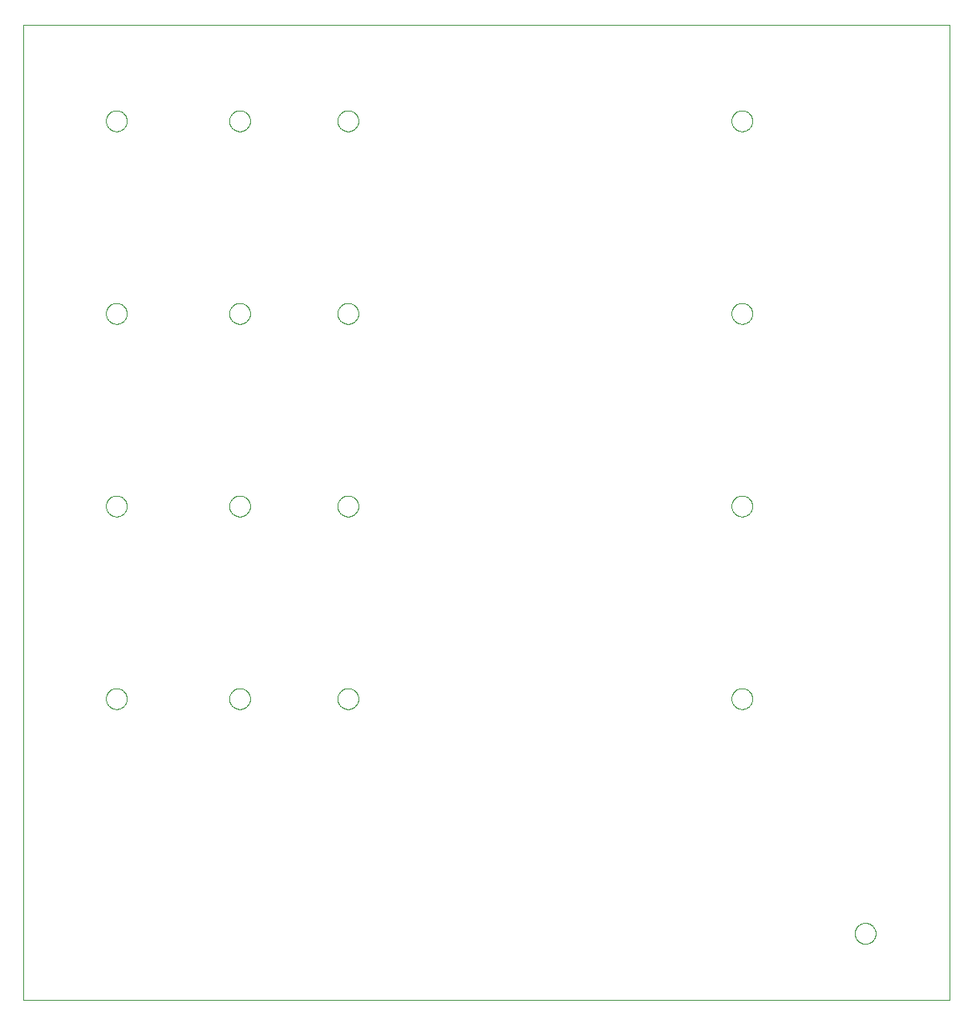
<source format=gbp>
G75*
%MOIN*%
%OFA0B0*%
%FSLAX25Y25*%
%IPPOS*%
%LPD*%
%AMOC8*
5,1,8,0,0,1.08239X$1,22.5*
%
%ADD10C,0.00000*%
D10*
X0001800Y0001800D02*
X0001800Y0406800D01*
X0386721Y0406800D01*
X0386721Y0001800D01*
X0001800Y0001800D01*
X0036219Y0126800D02*
X0036221Y0126931D01*
X0036227Y0127063D01*
X0036237Y0127194D01*
X0036251Y0127325D01*
X0036269Y0127455D01*
X0036291Y0127584D01*
X0036316Y0127713D01*
X0036346Y0127841D01*
X0036380Y0127968D01*
X0036417Y0128095D01*
X0036458Y0128219D01*
X0036503Y0128343D01*
X0036552Y0128465D01*
X0036604Y0128586D01*
X0036660Y0128704D01*
X0036720Y0128822D01*
X0036783Y0128937D01*
X0036850Y0129050D01*
X0036920Y0129162D01*
X0036993Y0129271D01*
X0037069Y0129377D01*
X0037149Y0129482D01*
X0037232Y0129584D01*
X0037318Y0129683D01*
X0037407Y0129780D01*
X0037499Y0129874D01*
X0037594Y0129965D01*
X0037691Y0130054D01*
X0037791Y0130139D01*
X0037894Y0130221D01*
X0037999Y0130300D01*
X0038106Y0130376D01*
X0038216Y0130448D01*
X0038328Y0130517D01*
X0038442Y0130583D01*
X0038557Y0130645D01*
X0038675Y0130704D01*
X0038794Y0130759D01*
X0038915Y0130811D01*
X0039038Y0130858D01*
X0039162Y0130902D01*
X0039287Y0130943D01*
X0039413Y0130979D01*
X0039541Y0131012D01*
X0039669Y0131040D01*
X0039798Y0131065D01*
X0039928Y0131086D01*
X0040058Y0131103D01*
X0040189Y0131116D01*
X0040320Y0131125D01*
X0040451Y0131130D01*
X0040583Y0131131D01*
X0040714Y0131128D01*
X0040846Y0131121D01*
X0040977Y0131110D01*
X0041107Y0131095D01*
X0041237Y0131076D01*
X0041367Y0131053D01*
X0041495Y0131027D01*
X0041623Y0130996D01*
X0041750Y0130961D01*
X0041876Y0130923D01*
X0042000Y0130881D01*
X0042124Y0130835D01*
X0042245Y0130785D01*
X0042365Y0130732D01*
X0042484Y0130675D01*
X0042601Y0130615D01*
X0042715Y0130551D01*
X0042828Y0130483D01*
X0042939Y0130412D01*
X0043048Y0130338D01*
X0043154Y0130261D01*
X0043258Y0130180D01*
X0043359Y0130097D01*
X0043458Y0130010D01*
X0043554Y0129920D01*
X0043647Y0129827D01*
X0043738Y0129732D01*
X0043825Y0129634D01*
X0043910Y0129533D01*
X0043991Y0129430D01*
X0044069Y0129324D01*
X0044144Y0129216D01*
X0044216Y0129106D01*
X0044284Y0128994D01*
X0044349Y0128880D01*
X0044410Y0128763D01*
X0044468Y0128645D01*
X0044522Y0128525D01*
X0044573Y0128404D01*
X0044620Y0128281D01*
X0044663Y0128157D01*
X0044702Y0128032D01*
X0044738Y0127905D01*
X0044769Y0127777D01*
X0044797Y0127649D01*
X0044821Y0127520D01*
X0044841Y0127390D01*
X0044857Y0127259D01*
X0044869Y0127128D01*
X0044877Y0126997D01*
X0044881Y0126866D01*
X0044881Y0126734D01*
X0044877Y0126603D01*
X0044869Y0126472D01*
X0044857Y0126341D01*
X0044841Y0126210D01*
X0044821Y0126080D01*
X0044797Y0125951D01*
X0044769Y0125823D01*
X0044738Y0125695D01*
X0044702Y0125568D01*
X0044663Y0125443D01*
X0044620Y0125319D01*
X0044573Y0125196D01*
X0044522Y0125075D01*
X0044468Y0124955D01*
X0044410Y0124837D01*
X0044349Y0124720D01*
X0044284Y0124606D01*
X0044216Y0124494D01*
X0044144Y0124384D01*
X0044069Y0124276D01*
X0043991Y0124170D01*
X0043910Y0124067D01*
X0043825Y0123966D01*
X0043738Y0123868D01*
X0043647Y0123773D01*
X0043554Y0123680D01*
X0043458Y0123590D01*
X0043359Y0123503D01*
X0043258Y0123420D01*
X0043154Y0123339D01*
X0043048Y0123262D01*
X0042939Y0123188D01*
X0042828Y0123117D01*
X0042716Y0123049D01*
X0042601Y0122985D01*
X0042484Y0122925D01*
X0042365Y0122868D01*
X0042245Y0122815D01*
X0042124Y0122765D01*
X0042000Y0122719D01*
X0041876Y0122677D01*
X0041750Y0122639D01*
X0041623Y0122604D01*
X0041495Y0122573D01*
X0041367Y0122547D01*
X0041237Y0122524D01*
X0041107Y0122505D01*
X0040977Y0122490D01*
X0040846Y0122479D01*
X0040714Y0122472D01*
X0040583Y0122469D01*
X0040451Y0122470D01*
X0040320Y0122475D01*
X0040189Y0122484D01*
X0040058Y0122497D01*
X0039928Y0122514D01*
X0039798Y0122535D01*
X0039669Y0122560D01*
X0039541Y0122588D01*
X0039413Y0122621D01*
X0039287Y0122657D01*
X0039162Y0122698D01*
X0039038Y0122742D01*
X0038915Y0122789D01*
X0038794Y0122841D01*
X0038675Y0122896D01*
X0038557Y0122955D01*
X0038442Y0123017D01*
X0038328Y0123083D01*
X0038216Y0123152D01*
X0038106Y0123224D01*
X0037999Y0123300D01*
X0037894Y0123379D01*
X0037791Y0123461D01*
X0037691Y0123546D01*
X0037594Y0123635D01*
X0037499Y0123726D01*
X0037407Y0123820D01*
X0037318Y0123917D01*
X0037232Y0124016D01*
X0037149Y0124118D01*
X0037069Y0124223D01*
X0036993Y0124329D01*
X0036920Y0124438D01*
X0036850Y0124550D01*
X0036783Y0124663D01*
X0036720Y0124778D01*
X0036660Y0124896D01*
X0036604Y0125014D01*
X0036552Y0125135D01*
X0036503Y0125257D01*
X0036458Y0125381D01*
X0036417Y0125505D01*
X0036380Y0125632D01*
X0036346Y0125759D01*
X0036316Y0125887D01*
X0036291Y0126016D01*
X0036269Y0126145D01*
X0036251Y0126275D01*
X0036237Y0126406D01*
X0036227Y0126537D01*
X0036221Y0126669D01*
X0036219Y0126800D01*
X0087469Y0126800D02*
X0087471Y0126931D01*
X0087477Y0127063D01*
X0087487Y0127194D01*
X0087501Y0127325D01*
X0087519Y0127455D01*
X0087541Y0127584D01*
X0087566Y0127713D01*
X0087596Y0127841D01*
X0087630Y0127968D01*
X0087667Y0128095D01*
X0087708Y0128219D01*
X0087753Y0128343D01*
X0087802Y0128465D01*
X0087854Y0128586D01*
X0087910Y0128704D01*
X0087970Y0128822D01*
X0088033Y0128937D01*
X0088100Y0129050D01*
X0088170Y0129162D01*
X0088243Y0129271D01*
X0088319Y0129377D01*
X0088399Y0129482D01*
X0088482Y0129584D01*
X0088568Y0129683D01*
X0088657Y0129780D01*
X0088749Y0129874D01*
X0088844Y0129965D01*
X0088941Y0130054D01*
X0089041Y0130139D01*
X0089144Y0130221D01*
X0089249Y0130300D01*
X0089356Y0130376D01*
X0089466Y0130448D01*
X0089578Y0130517D01*
X0089692Y0130583D01*
X0089807Y0130645D01*
X0089925Y0130704D01*
X0090044Y0130759D01*
X0090165Y0130811D01*
X0090288Y0130858D01*
X0090412Y0130902D01*
X0090537Y0130943D01*
X0090663Y0130979D01*
X0090791Y0131012D01*
X0090919Y0131040D01*
X0091048Y0131065D01*
X0091178Y0131086D01*
X0091308Y0131103D01*
X0091439Y0131116D01*
X0091570Y0131125D01*
X0091701Y0131130D01*
X0091833Y0131131D01*
X0091964Y0131128D01*
X0092096Y0131121D01*
X0092227Y0131110D01*
X0092357Y0131095D01*
X0092487Y0131076D01*
X0092617Y0131053D01*
X0092745Y0131027D01*
X0092873Y0130996D01*
X0093000Y0130961D01*
X0093126Y0130923D01*
X0093250Y0130881D01*
X0093374Y0130835D01*
X0093495Y0130785D01*
X0093615Y0130732D01*
X0093734Y0130675D01*
X0093851Y0130615D01*
X0093965Y0130551D01*
X0094078Y0130483D01*
X0094189Y0130412D01*
X0094298Y0130338D01*
X0094404Y0130261D01*
X0094508Y0130180D01*
X0094609Y0130097D01*
X0094708Y0130010D01*
X0094804Y0129920D01*
X0094897Y0129827D01*
X0094988Y0129732D01*
X0095075Y0129634D01*
X0095160Y0129533D01*
X0095241Y0129430D01*
X0095319Y0129324D01*
X0095394Y0129216D01*
X0095466Y0129106D01*
X0095534Y0128994D01*
X0095599Y0128880D01*
X0095660Y0128763D01*
X0095718Y0128645D01*
X0095772Y0128525D01*
X0095823Y0128404D01*
X0095870Y0128281D01*
X0095913Y0128157D01*
X0095952Y0128032D01*
X0095988Y0127905D01*
X0096019Y0127777D01*
X0096047Y0127649D01*
X0096071Y0127520D01*
X0096091Y0127390D01*
X0096107Y0127259D01*
X0096119Y0127128D01*
X0096127Y0126997D01*
X0096131Y0126866D01*
X0096131Y0126734D01*
X0096127Y0126603D01*
X0096119Y0126472D01*
X0096107Y0126341D01*
X0096091Y0126210D01*
X0096071Y0126080D01*
X0096047Y0125951D01*
X0096019Y0125823D01*
X0095988Y0125695D01*
X0095952Y0125568D01*
X0095913Y0125443D01*
X0095870Y0125319D01*
X0095823Y0125196D01*
X0095772Y0125075D01*
X0095718Y0124955D01*
X0095660Y0124837D01*
X0095599Y0124720D01*
X0095534Y0124606D01*
X0095466Y0124494D01*
X0095394Y0124384D01*
X0095319Y0124276D01*
X0095241Y0124170D01*
X0095160Y0124067D01*
X0095075Y0123966D01*
X0094988Y0123868D01*
X0094897Y0123773D01*
X0094804Y0123680D01*
X0094708Y0123590D01*
X0094609Y0123503D01*
X0094508Y0123420D01*
X0094404Y0123339D01*
X0094298Y0123262D01*
X0094189Y0123188D01*
X0094078Y0123117D01*
X0093966Y0123049D01*
X0093851Y0122985D01*
X0093734Y0122925D01*
X0093615Y0122868D01*
X0093495Y0122815D01*
X0093374Y0122765D01*
X0093250Y0122719D01*
X0093126Y0122677D01*
X0093000Y0122639D01*
X0092873Y0122604D01*
X0092745Y0122573D01*
X0092617Y0122547D01*
X0092487Y0122524D01*
X0092357Y0122505D01*
X0092227Y0122490D01*
X0092096Y0122479D01*
X0091964Y0122472D01*
X0091833Y0122469D01*
X0091701Y0122470D01*
X0091570Y0122475D01*
X0091439Y0122484D01*
X0091308Y0122497D01*
X0091178Y0122514D01*
X0091048Y0122535D01*
X0090919Y0122560D01*
X0090791Y0122588D01*
X0090663Y0122621D01*
X0090537Y0122657D01*
X0090412Y0122698D01*
X0090288Y0122742D01*
X0090165Y0122789D01*
X0090044Y0122841D01*
X0089925Y0122896D01*
X0089807Y0122955D01*
X0089692Y0123017D01*
X0089578Y0123083D01*
X0089466Y0123152D01*
X0089356Y0123224D01*
X0089249Y0123300D01*
X0089144Y0123379D01*
X0089041Y0123461D01*
X0088941Y0123546D01*
X0088844Y0123635D01*
X0088749Y0123726D01*
X0088657Y0123820D01*
X0088568Y0123917D01*
X0088482Y0124016D01*
X0088399Y0124118D01*
X0088319Y0124223D01*
X0088243Y0124329D01*
X0088170Y0124438D01*
X0088100Y0124550D01*
X0088033Y0124663D01*
X0087970Y0124778D01*
X0087910Y0124896D01*
X0087854Y0125014D01*
X0087802Y0125135D01*
X0087753Y0125257D01*
X0087708Y0125381D01*
X0087667Y0125505D01*
X0087630Y0125632D01*
X0087596Y0125759D01*
X0087566Y0125887D01*
X0087541Y0126016D01*
X0087519Y0126145D01*
X0087501Y0126275D01*
X0087487Y0126406D01*
X0087477Y0126537D01*
X0087471Y0126669D01*
X0087469Y0126800D01*
X0132469Y0126800D02*
X0132471Y0126931D01*
X0132477Y0127063D01*
X0132487Y0127194D01*
X0132501Y0127325D01*
X0132519Y0127455D01*
X0132541Y0127584D01*
X0132566Y0127713D01*
X0132596Y0127841D01*
X0132630Y0127968D01*
X0132667Y0128095D01*
X0132708Y0128219D01*
X0132753Y0128343D01*
X0132802Y0128465D01*
X0132854Y0128586D01*
X0132910Y0128704D01*
X0132970Y0128822D01*
X0133033Y0128937D01*
X0133100Y0129050D01*
X0133170Y0129162D01*
X0133243Y0129271D01*
X0133319Y0129377D01*
X0133399Y0129482D01*
X0133482Y0129584D01*
X0133568Y0129683D01*
X0133657Y0129780D01*
X0133749Y0129874D01*
X0133844Y0129965D01*
X0133941Y0130054D01*
X0134041Y0130139D01*
X0134144Y0130221D01*
X0134249Y0130300D01*
X0134356Y0130376D01*
X0134466Y0130448D01*
X0134578Y0130517D01*
X0134692Y0130583D01*
X0134807Y0130645D01*
X0134925Y0130704D01*
X0135044Y0130759D01*
X0135165Y0130811D01*
X0135288Y0130858D01*
X0135412Y0130902D01*
X0135537Y0130943D01*
X0135663Y0130979D01*
X0135791Y0131012D01*
X0135919Y0131040D01*
X0136048Y0131065D01*
X0136178Y0131086D01*
X0136308Y0131103D01*
X0136439Y0131116D01*
X0136570Y0131125D01*
X0136701Y0131130D01*
X0136833Y0131131D01*
X0136964Y0131128D01*
X0137096Y0131121D01*
X0137227Y0131110D01*
X0137357Y0131095D01*
X0137487Y0131076D01*
X0137617Y0131053D01*
X0137745Y0131027D01*
X0137873Y0130996D01*
X0138000Y0130961D01*
X0138126Y0130923D01*
X0138250Y0130881D01*
X0138374Y0130835D01*
X0138495Y0130785D01*
X0138615Y0130732D01*
X0138734Y0130675D01*
X0138851Y0130615D01*
X0138965Y0130551D01*
X0139078Y0130483D01*
X0139189Y0130412D01*
X0139298Y0130338D01*
X0139404Y0130261D01*
X0139508Y0130180D01*
X0139609Y0130097D01*
X0139708Y0130010D01*
X0139804Y0129920D01*
X0139897Y0129827D01*
X0139988Y0129732D01*
X0140075Y0129634D01*
X0140160Y0129533D01*
X0140241Y0129430D01*
X0140319Y0129324D01*
X0140394Y0129216D01*
X0140466Y0129106D01*
X0140534Y0128994D01*
X0140599Y0128880D01*
X0140660Y0128763D01*
X0140718Y0128645D01*
X0140772Y0128525D01*
X0140823Y0128404D01*
X0140870Y0128281D01*
X0140913Y0128157D01*
X0140952Y0128032D01*
X0140988Y0127905D01*
X0141019Y0127777D01*
X0141047Y0127649D01*
X0141071Y0127520D01*
X0141091Y0127390D01*
X0141107Y0127259D01*
X0141119Y0127128D01*
X0141127Y0126997D01*
X0141131Y0126866D01*
X0141131Y0126734D01*
X0141127Y0126603D01*
X0141119Y0126472D01*
X0141107Y0126341D01*
X0141091Y0126210D01*
X0141071Y0126080D01*
X0141047Y0125951D01*
X0141019Y0125823D01*
X0140988Y0125695D01*
X0140952Y0125568D01*
X0140913Y0125443D01*
X0140870Y0125319D01*
X0140823Y0125196D01*
X0140772Y0125075D01*
X0140718Y0124955D01*
X0140660Y0124837D01*
X0140599Y0124720D01*
X0140534Y0124606D01*
X0140466Y0124494D01*
X0140394Y0124384D01*
X0140319Y0124276D01*
X0140241Y0124170D01*
X0140160Y0124067D01*
X0140075Y0123966D01*
X0139988Y0123868D01*
X0139897Y0123773D01*
X0139804Y0123680D01*
X0139708Y0123590D01*
X0139609Y0123503D01*
X0139508Y0123420D01*
X0139404Y0123339D01*
X0139298Y0123262D01*
X0139189Y0123188D01*
X0139078Y0123117D01*
X0138966Y0123049D01*
X0138851Y0122985D01*
X0138734Y0122925D01*
X0138615Y0122868D01*
X0138495Y0122815D01*
X0138374Y0122765D01*
X0138250Y0122719D01*
X0138126Y0122677D01*
X0138000Y0122639D01*
X0137873Y0122604D01*
X0137745Y0122573D01*
X0137617Y0122547D01*
X0137487Y0122524D01*
X0137357Y0122505D01*
X0137227Y0122490D01*
X0137096Y0122479D01*
X0136964Y0122472D01*
X0136833Y0122469D01*
X0136701Y0122470D01*
X0136570Y0122475D01*
X0136439Y0122484D01*
X0136308Y0122497D01*
X0136178Y0122514D01*
X0136048Y0122535D01*
X0135919Y0122560D01*
X0135791Y0122588D01*
X0135663Y0122621D01*
X0135537Y0122657D01*
X0135412Y0122698D01*
X0135288Y0122742D01*
X0135165Y0122789D01*
X0135044Y0122841D01*
X0134925Y0122896D01*
X0134807Y0122955D01*
X0134692Y0123017D01*
X0134578Y0123083D01*
X0134466Y0123152D01*
X0134356Y0123224D01*
X0134249Y0123300D01*
X0134144Y0123379D01*
X0134041Y0123461D01*
X0133941Y0123546D01*
X0133844Y0123635D01*
X0133749Y0123726D01*
X0133657Y0123820D01*
X0133568Y0123917D01*
X0133482Y0124016D01*
X0133399Y0124118D01*
X0133319Y0124223D01*
X0133243Y0124329D01*
X0133170Y0124438D01*
X0133100Y0124550D01*
X0133033Y0124663D01*
X0132970Y0124778D01*
X0132910Y0124896D01*
X0132854Y0125014D01*
X0132802Y0125135D01*
X0132753Y0125257D01*
X0132708Y0125381D01*
X0132667Y0125505D01*
X0132630Y0125632D01*
X0132596Y0125759D01*
X0132566Y0125887D01*
X0132541Y0126016D01*
X0132519Y0126145D01*
X0132501Y0126275D01*
X0132487Y0126406D01*
X0132477Y0126537D01*
X0132471Y0126669D01*
X0132469Y0126800D01*
X0132469Y0206800D02*
X0132471Y0206931D01*
X0132477Y0207063D01*
X0132487Y0207194D01*
X0132501Y0207325D01*
X0132519Y0207455D01*
X0132541Y0207584D01*
X0132566Y0207713D01*
X0132596Y0207841D01*
X0132630Y0207968D01*
X0132667Y0208095D01*
X0132708Y0208219D01*
X0132753Y0208343D01*
X0132802Y0208465D01*
X0132854Y0208586D01*
X0132910Y0208704D01*
X0132970Y0208822D01*
X0133033Y0208937D01*
X0133100Y0209050D01*
X0133170Y0209162D01*
X0133243Y0209271D01*
X0133319Y0209377D01*
X0133399Y0209482D01*
X0133482Y0209584D01*
X0133568Y0209683D01*
X0133657Y0209780D01*
X0133749Y0209874D01*
X0133844Y0209965D01*
X0133941Y0210054D01*
X0134041Y0210139D01*
X0134144Y0210221D01*
X0134249Y0210300D01*
X0134356Y0210376D01*
X0134466Y0210448D01*
X0134578Y0210517D01*
X0134692Y0210583D01*
X0134807Y0210645D01*
X0134925Y0210704D01*
X0135044Y0210759D01*
X0135165Y0210811D01*
X0135288Y0210858D01*
X0135412Y0210902D01*
X0135537Y0210943D01*
X0135663Y0210979D01*
X0135791Y0211012D01*
X0135919Y0211040D01*
X0136048Y0211065D01*
X0136178Y0211086D01*
X0136308Y0211103D01*
X0136439Y0211116D01*
X0136570Y0211125D01*
X0136701Y0211130D01*
X0136833Y0211131D01*
X0136964Y0211128D01*
X0137096Y0211121D01*
X0137227Y0211110D01*
X0137357Y0211095D01*
X0137487Y0211076D01*
X0137617Y0211053D01*
X0137745Y0211027D01*
X0137873Y0210996D01*
X0138000Y0210961D01*
X0138126Y0210923D01*
X0138250Y0210881D01*
X0138374Y0210835D01*
X0138495Y0210785D01*
X0138615Y0210732D01*
X0138734Y0210675D01*
X0138851Y0210615D01*
X0138965Y0210551D01*
X0139078Y0210483D01*
X0139189Y0210412D01*
X0139298Y0210338D01*
X0139404Y0210261D01*
X0139508Y0210180D01*
X0139609Y0210097D01*
X0139708Y0210010D01*
X0139804Y0209920D01*
X0139897Y0209827D01*
X0139988Y0209732D01*
X0140075Y0209634D01*
X0140160Y0209533D01*
X0140241Y0209430D01*
X0140319Y0209324D01*
X0140394Y0209216D01*
X0140466Y0209106D01*
X0140534Y0208994D01*
X0140599Y0208880D01*
X0140660Y0208763D01*
X0140718Y0208645D01*
X0140772Y0208525D01*
X0140823Y0208404D01*
X0140870Y0208281D01*
X0140913Y0208157D01*
X0140952Y0208032D01*
X0140988Y0207905D01*
X0141019Y0207777D01*
X0141047Y0207649D01*
X0141071Y0207520D01*
X0141091Y0207390D01*
X0141107Y0207259D01*
X0141119Y0207128D01*
X0141127Y0206997D01*
X0141131Y0206866D01*
X0141131Y0206734D01*
X0141127Y0206603D01*
X0141119Y0206472D01*
X0141107Y0206341D01*
X0141091Y0206210D01*
X0141071Y0206080D01*
X0141047Y0205951D01*
X0141019Y0205823D01*
X0140988Y0205695D01*
X0140952Y0205568D01*
X0140913Y0205443D01*
X0140870Y0205319D01*
X0140823Y0205196D01*
X0140772Y0205075D01*
X0140718Y0204955D01*
X0140660Y0204837D01*
X0140599Y0204720D01*
X0140534Y0204606D01*
X0140466Y0204494D01*
X0140394Y0204384D01*
X0140319Y0204276D01*
X0140241Y0204170D01*
X0140160Y0204067D01*
X0140075Y0203966D01*
X0139988Y0203868D01*
X0139897Y0203773D01*
X0139804Y0203680D01*
X0139708Y0203590D01*
X0139609Y0203503D01*
X0139508Y0203420D01*
X0139404Y0203339D01*
X0139298Y0203262D01*
X0139189Y0203188D01*
X0139078Y0203117D01*
X0138966Y0203049D01*
X0138851Y0202985D01*
X0138734Y0202925D01*
X0138615Y0202868D01*
X0138495Y0202815D01*
X0138374Y0202765D01*
X0138250Y0202719D01*
X0138126Y0202677D01*
X0138000Y0202639D01*
X0137873Y0202604D01*
X0137745Y0202573D01*
X0137617Y0202547D01*
X0137487Y0202524D01*
X0137357Y0202505D01*
X0137227Y0202490D01*
X0137096Y0202479D01*
X0136964Y0202472D01*
X0136833Y0202469D01*
X0136701Y0202470D01*
X0136570Y0202475D01*
X0136439Y0202484D01*
X0136308Y0202497D01*
X0136178Y0202514D01*
X0136048Y0202535D01*
X0135919Y0202560D01*
X0135791Y0202588D01*
X0135663Y0202621D01*
X0135537Y0202657D01*
X0135412Y0202698D01*
X0135288Y0202742D01*
X0135165Y0202789D01*
X0135044Y0202841D01*
X0134925Y0202896D01*
X0134807Y0202955D01*
X0134692Y0203017D01*
X0134578Y0203083D01*
X0134466Y0203152D01*
X0134356Y0203224D01*
X0134249Y0203300D01*
X0134144Y0203379D01*
X0134041Y0203461D01*
X0133941Y0203546D01*
X0133844Y0203635D01*
X0133749Y0203726D01*
X0133657Y0203820D01*
X0133568Y0203917D01*
X0133482Y0204016D01*
X0133399Y0204118D01*
X0133319Y0204223D01*
X0133243Y0204329D01*
X0133170Y0204438D01*
X0133100Y0204550D01*
X0133033Y0204663D01*
X0132970Y0204778D01*
X0132910Y0204896D01*
X0132854Y0205014D01*
X0132802Y0205135D01*
X0132753Y0205257D01*
X0132708Y0205381D01*
X0132667Y0205505D01*
X0132630Y0205632D01*
X0132596Y0205759D01*
X0132566Y0205887D01*
X0132541Y0206016D01*
X0132519Y0206145D01*
X0132501Y0206275D01*
X0132487Y0206406D01*
X0132477Y0206537D01*
X0132471Y0206669D01*
X0132469Y0206800D01*
X0087469Y0206800D02*
X0087471Y0206931D01*
X0087477Y0207063D01*
X0087487Y0207194D01*
X0087501Y0207325D01*
X0087519Y0207455D01*
X0087541Y0207584D01*
X0087566Y0207713D01*
X0087596Y0207841D01*
X0087630Y0207968D01*
X0087667Y0208095D01*
X0087708Y0208219D01*
X0087753Y0208343D01*
X0087802Y0208465D01*
X0087854Y0208586D01*
X0087910Y0208704D01*
X0087970Y0208822D01*
X0088033Y0208937D01*
X0088100Y0209050D01*
X0088170Y0209162D01*
X0088243Y0209271D01*
X0088319Y0209377D01*
X0088399Y0209482D01*
X0088482Y0209584D01*
X0088568Y0209683D01*
X0088657Y0209780D01*
X0088749Y0209874D01*
X0088844Y0209965D01*
X0088941Y0210054D01*
X0089041Y0210139D01*
X0089144Y0210221D01*
X0089249Y0210300D01*
X0089356Y0210376D01*
X0089466Y0210448D01*
X0089578Y0210517D01*
X0089692Y0210583D01*
X0089807Y0210645D01*
X0089925Y0210704D01*
X0090044Y0210759D01*
X0090165Y0210811D01*
X0090288Y0210858D01*
X0090412Y0210902D01*
X0090537Y0210943D01*
X0090663Y0210979D01*
X0090791Y0211012D01*
X0090919Y0211040D01*
X0091048Y0211065D01*
X0091178Y0211086D01*
X0091308Y0211103D01*
X0091439Y0211116D01*
X0091570Y0211125D01*
X0091701Y0211130D01*
X0091833Y0211131D01*
X0091964Y0211128D01*
X0092096Y0211121D01*
X0092227Y0211110D01*
X0092357Y0211095D01*
X0092487Y0211076D01*
X0092617Y0211053D01*
X0092745Y0211027D01*
X0092873Y0210996D01*
X0093000Y0210961D01*
X0093126Y0210923D01*
X0093250Y0210881D01*
X0093374Y0210835D01*
X0093495Y0210785D01*
X0093615Y0210732D01*
X0093734Y0210675D01*
X0093851Y0210615D01*
X0093965Y0210551D01*
X0094078Y0210483D01*
X0094189Y0210412D01*
X0094298Y0210338D01*
X0094404Y0210261D01*
X0094508Y0210180D01*
X0094609Y0210097D01*
X0094708Y0210010D01*
X0094804Y0209920D01*
X0094897Y0209827D01*
X0094988Y0209732D01*
X0095075Y0209634D01*
X0095160Y0209533D01*
X0095241Y0209430D01*
X0095319Y0209324D01*
X0095394Y0209216D01*
X0095466Y0209106D01*
X0095534Y0208994D01*
X0095599Y0208880D01*
X0095660Y0208763D01*
X0095718Y0208645D01*
X0095772Y0208525D01*
X0095823Y0208404D01*
X0095870Y0208281D01*
X0095913Y0208157D01*
X0095952Y0208032D01*
X0095988Y0207905D01*
X0096019Y0207777D01*
X0096047Y0207649D01*
X0096071Y0207520D01*
X0096091Y0207390D01*
X0096107Y0207259D01*
X0096119Y0207128D01*
X0096127Y0206997D01*
X0096131Y0206866D01*
X0096131Y0206734D01*
X0096127Y0206603D01*
X0096119Y0206472D01*
X0096107Y0206341D01*
X0096091Y0206210D01*
X0096071Y0206080D01*
X0096047Y0205951D01*
X0096019Y0205823D01*
X0095988Y0205695D01*
X0095952Y0205568D01*
X0095913Y0205443D01*
X0095870Y0205319D01*
X0095823Y0205196D01*
X0095772Y0205075D01*
X0095718Y0204955D01*
X0095660Y0204837D01*
X0095599Y0204720D01*
X0095534Y0204606D01*
X0095466Y0204494D01*
X0095394Y0204384D01*
X0095319Y0204276D01*
X0095241Y0204170D01*
X0095160Y0204067D01*
X0095075Y0203966D01*
X0094988Y0203868D01*
X0094897Y0203773D01*
X0094804Y0203680D01*
X0094708Y0203590D01*
X0094609Y0203503D01*
X0094508Y0203420D01*
X0094404Y0203339D01*
X0094298Y0203262D01*
X0094189Y0203188D01*
X0094078Y0203117D01*
X0093966Y0203049D01*
X0093851Y0202985D01*
X0093734Y0202925D01*
X0093615Y0202868D01*
X0093495Y0202815D01*
X0093374Y0202765D01*
X0093250Y0202719D01*
X0093126Y0202677D01*
X0093000Y0202639D01*
X0092873Y0202604D01*
X0092745Y0202573D01*
X0092617Y0202547D01*
X0092487Y0202524D01*
X0092357Y0202505D01*
X0092227Y0202490D01*
X0092096Y0202479D01*
X0091964Y0202472D01*
X0091833Y0202469D01*
X0091701Y0202470D01*
X0091570Y0202475D01*
X0091439Y0202484D01*
X0091308Y0202497D01*
X0091178Y0202514D01*
X0091048Y0202535D01*
X0090919Y0202560D01*
X0090791Y0202588D01*
X0090663Y0202621D01*
X0090537Y0202657D01*
X0090412Y0202698D01*
X0090288Y0202742D01*
X0090165Y0202789D01*
X0090044Y0202841D01*
X0089925Y0202896D01*
X0089807Y0202955D01*
X0089692Y0203017D01*
X0089578Y0203083D01*
X0089466Y0203152D01*
X0089356Y0203224D01*
X0089249Y0203300D01*
X0089144Y0203379D01*
X0089041Y0203461D01*
X0088941Y0203546D01*
X0088844Y0203635D01*
X0088749Y0203726D01*
X0088657Y0203820D01*
X0088568Y0203917D01*
X0088482Y0204016D01*
X0088399Y0204118D01*
X0088319Y0204223D01*
X0088243Y0204329D01*
X0088170Y0204438D01*
X0088100Y0204550D01*
X0088033Y0204663D01*
X0087970Y0204778D01*
X0087910Y0204896D01*
X0087854Y0205014D01*
X0087802Y0205135D01*
X0087753Y0205257D01*
X0087708Y0205381D01*
X0087667Y0205505D01*
X0087630Y0205632D01*
X0087596Y0205759D01*
X0087566Y0205887D01*
X0087541Y0206016D01*
X0087519Y0206145D01*
X0087501Y0206275D01*
X0087487Y0206406D01*
X0087477Y0206537D01*
X0087471Y0206669D01*
X0087469Y0206800D01*
X0036219Y0206800D02*
X0036221Y0206931D01*
X0036227Y0207063D01*
X0036237Y0207194D01*
X0036251Y0207325D01*
X0036269Y0207455D01*
X0036291Y0207584D01*
X0036316Y0207713D01*
X0036346Y0207841D01*
X0036380Y0207968D01*
X0036417Y0208095D01*
X0036458Y0208219D01*
X0036503Y0208343D01*
X0036552Y0208465D01*
X0036604Y0208586D01*
X0036660Y0208704D01*
X0036720Y0208822D01*
X0036783Y0208937D01*
X0036850Y0209050D01*
X0036920Y0209162D01*
X0036993Y0209271D01*
X0037069Y0209377D01*
X0037149Y0209482D01*
X0037232Y0209584D01*
X0037318Y0209683D01*
X0037407Y0209780D01*
X0037499Y0209874D01*
X0037594Y0209965D01*
X0037691Y0210054D01*
X0037791Y0210139D01*
X0037894Y0210221D01*
X0037999Y0210300D01*
X0038106Y0210376D01*
X0038216Y0210448D01*
X0038328Y0210517D01*
X0038442Y0210583D01*
X0038557Y0210645D01*
X0038675Y0210704D01*
X0038794Y0210759D01*
X0038915Y0210811D01*
X0039038Y0210858D01*
X0039162Y0210902D01*
X0039287Y0210943D01*
X0039413Y0210979D01*
X0039541Y0211012D01*
X0039669Y0211040D01*
X0039798Y0211065D01*
X0039928Y0211086D01*
X0040058Y0211103D01*
X0040189Y0211116D01*
X0040320Y0211125D01*
X0040451Y0211130D01*
X0040583Y0211131D01*
X0040714Y0211128D01*
X0040846Y0211121D01*
X0040977Y0211110D01*
X0041107Y0211095D01*
X0041237Y0211076D01*
X0041367Y0211053D01*
X0041495Y0211027D01*
X0041623Y0210996D01*
X0041750Y0210961D01*
X0041876Y0210923D01*
X0042000Y0210881D01*
X0042124Y0210835D01*
X0042245Y0210785D01*
X0042365Y0210732D01*
X0042484Y0210675D01*
X0042601Y0210615D01*
X0042715Y0210551D01*
X0042828Y0210483D01*
X0042939Y0210412D01*
X0043048Y0210338D01*
X0043154Y0210261D01*
X0043258Y0210180D01*
X0043359Y0210097D01*
X0043458Y0210010D01*
X0043554Y0209920D01*
X0043647Y0209827D01*
X0043738Y0209732D01*
X0043825Y0209634D01*
X0043910Y0209533D01*
X0043991Y0209430D01*
X0044069Y0209324D01*
X0044144Y0209216D01*
X0044216Y0209106D01*
X0044284Y0208994D01*
X0044349Y0208880D01*
X0044410Y0208763D01*
X0044468Y0208645D01*
X0044522Y0208525D01*
X0044573Y0208404D01*
X0044620Y0208281D01*
X0044663Y0208157D01*
X0044702Y0208032D01*
X0044738Y0207905D01*
X0044769Y0207777D01*
X0044797Y0207649D01*
X0044821Y0207520D01*
X0044841Y0207390D01*
X0044857Y0207259D01*
X0044869Y0207128D01*
X0044877Y0206997D01*
X0044881Y0206866D01*
X0044881Y0206734D01*
X0044877Y0206603D01*
X0044869Y0206472D01*
X0044857Y0206341D01*
X0044841Y0206210D01*
X0044821Y0206080D01*
X0044797Y0205951D01*
X0044769Y0205823D01*
X0044738Y0205695D01*
X0044702Y0205568D01*
X0044663Y0205443D01*
X0044620Y0205319D01*
X0044573Y0205196D01*
X0044522Y0205075D01*
X0044468Y0204955D01*
X0044410Y0204837D01*
X0044349Y0204720D01*
X0044284Y0204606D01*
X0044216Y0204494D01*
X0044144Y0204384D01*
X0044069Y0204276D01*
X0043991Y0204170D01*
X0043910Y0204067D01*
X0043825Y0203966D01*
X0043738Y0203868D01*
X0043647Y0203773D01*
X0043554Y0203680D01*
X0043458Y0203590D01*
X0043359Y0203503D01*
X0043258Y0203420D01*
X0043154Y0203339D01*
X0043048Y0203262D01*
X0042939Y0203188D01*
X0042828Y0203117D01*
X0042716Y0203049D01*
X0042601Y0202985D01*
X0042484Y0202925D01*
X0042365Y0202868D01*
X0042245Y0202815D01*
X0042124Y0202765D01*
X0042000Y0202719D01*
X0041876Y0202677D01*
X0041750Y0202639D01*
X0041623Y0202604D01*
X0041495Y0202573D01*
X0041367Y0202547D01*
X0041237Y0202524D01*
X0041107Y0202505D01*
X0040977Y0202490D01*
X0040846Y0202479D01*
X0040714Y0202472D01*
X0040583Y0202469D01*
X0040451Y0202470D01*
X0040320Y0202475D01*
X0040189Y0202484D01*
X0040058Y0202497D01*
X0039928Y0202514D01*
X0039798Y0202535D01*
X0039669Y0202560D01*
X0039541Y0202588D01*
X0039413Y0202621D01*
X0039287Y0202657D01*
X0039162Y0202698D01*
X0039038Y0202742D01*
X0038915Y0202789D01*
X0038794Y0202841D01*
X0038675Y0202896D01*
X0038557Y0202955D01*
X0038442Y0203017D01*
X0038328Y0203083D01*
X0038216Y0203152D01*
X0038106Y0203224D01*
X0037999Y0203300D01*
X0037894Y0203379D01*
X0037791Y0203461D01*
X0037691Y0203546D01*
X0037594Y0203635D01*
X0037499Y0203726D01*
X0037407Y0203820D01*
X0037318Y0203917D01*
X0037232Y0204016D01*
X0037149Y0204118D01*
X0037069Y0204223D01*
X0036993Y0204329D01*
X0036920Y0204438D01*
X0036850Y0204550D01*
X0036783Y0204663D01*
X0036720Y0204778D01*
X0036660Y0204896D01*
X0036604Y0205014D01*
X0036552Y0205135D01*
X0036503Y0205257D01*
X0036458Y0205381D01*
X0036417Y0205505D01*
X0036380Y0205632D01*
X0036346Y0205759D01*
X0036316Y0205887D01*
X0036291Y0206016D01*
X0036269Y0206145D01*
X0036251Y0206275D01*
X0036237Y0206406D01*
X0036227Y0206537D01*
X0036221Y0206669D01*
X0036219Y0206800D01*
X0036219Y0286800D02*
X0036221Y0286931D01*
X0036227Y0287063D01*
X0036237Y0287194D01*
X0036251Y0287325D01*
X0036269Y0287455D01*
X0036291Y0287584D01*
X0036316Y0287713D01*
X0036346Y0287841D01*
X0036380Y0287968D01*
X0036417Y0288095D01*
X0036458Y0288219D01*
X0036503Y0288343D01*
X0036552Y0288465D01*
X0036604Y0288586D01*
X0036660Y0288704D01*
X0036720Y0288822D01*
X0036783Y0288937D01*
X0036850Y0289050D01*
X0036920Y0289162D01*
X0036993Y0289271D01*
X0037069Y0289377D01*
X0037149Y0289482D01*
X0037232Y0289584D01*
X0037318Y0289683D01*
X0037407Y0289780D01*
X0037499Y0289874D01*
X0037594Y0289965D01*
X0037691Y0290054D01*
X0037791Y0290139D01*
X0037894Y0290221D01*
X0037999Y0290300D01*
X0038106Y0290376D01*
X0038216Y0290448D01*
X0038328Y0290517D01*
X0038442Y0290583D01*
X0038557Y0290645D01*
X0038675Y0290704D01*
X0038794Y0290759D01*
X0038915Y0290811D01*
X0039038Y0290858D01*
X0039162Y0290902D01*
X0039287Y0290943D01*
X0039413Y0290979D01*
X0039541Y0291012D01*
X0039669Y0291040D01*
X0039798Y0291065D01*
X0039928Y0291086D01*
X0040058Y0291103D01*
X0040189Y0291116D01*
X0040320Y0291125D01*
X0040451Y0291130D01*
X0040583Y0291131D01*
X0040714Y0291128D01*
X0040846Y0291121D01*
X0040977Y0291110D01*
X0041107Y0291095D01*
X0041237Y0291076D01*
X0041367Y0291053D01*
X0041495Y0291027D01*
X0041623Y0290996D01*
X0041750Y0290961D01*
X0041876Y0290923D01*
X0042000Y0290881D01*
X0042124Y0290835D01*
X0042245Y0290785D01*
X0042365Y0290732D01*
X0042484Y0290675D01*
X0042601Y0290615D01*
X0042715Y0290551D01*
X0042828Y0290483D01*
X0042939Y0290412D01*
X0043048Y0290338D01*
X0043154Y0290261D01*
X0043258Y0290180D01*
X0043359Y0290097D01*
X0043458Y0290010D01*
X0043554Y0289920D01*
X0043647Y0289827D01*
X0043738Y0289732D01*
X0043825Y0289634D01*
X0043910Y0289533D01*
X0043991Y0289430D01*
X0044069Y0289324D01*
X0044144Y0289216D01*
X0044216Y0289106D01*
X0044284Y0288994D01*
X0044349Y0288880D01*
X0044410Y0288763D01*
X0044468Y0288645D01*
X0044522Y0288525D01*
X0044573Y0288404D01*
X0044620Y0288281D01*
X0044663Y0288157D01*
X0044702Y0288032D01*
X0044738Y0287905D01*
X0044769Y0287777D01*
X0044797Y0287649D01*
X0044821Y0287520D01*
X0044841Y0287390D01*
X0044857Y0287259D01*
X0044869Y0287128D01*
X0044877Y0286997D01*
X0044881Y0286866D01*
X0044881Y0286734D01*
X0044877Y0286603D01*
X0044869Y0286472D01*
X0044857Y0286341D01*
X0044841Y0286210D01*
X0044821Y0286080D01*
X0044797Y0285951D01*
X0044769Y0285823D01*
X0044738Y0285695D01*
X0044702Y0285568D01*
X0044663Y0285443D01*
X0044620Y0285319D01*
X0044573Y0285196D01*
X0044522Y0285075D01*
X0044468Y0284955D01*
X0044410Y0284837D01*
X0044349Y0284720D01*
X0044284Y0284606D01*
X0044216Y0284494D01*
X0044144Y0284384D01*
X0044069Y0284276D01*
X0043991Y0284170D01*
X0043910Y0284067D01*
X0043825Y0283966D01*
X0043738Y0283868D01*
X0043647Y0283773D01*
X0043554Y0283680D01*
X0043458Y0283590D01*
X0043359Y0283503D01*
X0043258Y0283420D01*
X0043154Y0283339D01*
X0043048Y0283262D01*
X0042939Y0283188D01*
X0042828Y0283117D01*
X0042716Y0283049D01*
X0042601Y0282985D01*
X0042484Y0282925D01*
X0042365Y0282868D01*
X0042245Y0282815D01*
X0042124Y0282765D01*
X0042000Y0282719D01*
X0041876Y0282677D01*
X0041750Y0282639D01*
X0041623Y0282604D01*
X0041495Y0282573D01*
X0041367Y0282547D01*
X0041237Y0282524D01*
X0041107Y0282505D01*
X0040977Y0282490D01*
X0040846Y0282479D01*
X0040714Y0282472D01*
X0040583Y0282469D01*
X0040451Y0282470D01*
X0040320Y0282475D01*
X0040189Y0282484D01*
X0040058Y0282497D01*
X0039928Y0282514D01*
X0039798Y0282535D01*
X0039669Y0282560D01*
X0039541Y0282588D01*
X0039413Y0282621D01*
X0039287Y0282657D01*
X0039162Y0282698D01*
X0039038Y0282742D01*
X0038915Y0282789D01*
X0038794Y0282841D01*
X0038675Y0282896D01*
X0038557Y0282955D01*
X0038442Y0283017D01*
X0038328Y0283083D01*
X0038216Y0283152D01*
X0038106Y0283224D01*
X0037999Y0283300D01*
X0037894Y0283379D01*
X0037791Y0283461D01*
X0037691Y0283546D01*
X0037594Y0283635D01*
X0037499Y0283726D01*
X0037407Y0283820D01*
X0037318Y0283917D01*
X0037232Y0284016D01*
X0037149Y0284118D01*
X0037069Y0284223D01*
X0036993Y0284329D01*
X0036920Y0284438D01*
X0036850Y0284550D01*
X0036783Y0284663D01*
X0036720Y0284778D01*
X0036660Y0284896D01*
X0036604Y0285014D01*
X0036552Y0285135D01*
X0036503Y0285257D01*
X0036458Y0285381D01*
X0036417Y0285505D01*
X0036380Y0285632D01*
X0036346Y0285759D01*
X0036316Y0285887D01*
X0036291Y0286016D01*
X0036269Y0286145D01*
X0036251Y0286275D01*
X0036237Y0286406D01*
X0036227Y0286537D01*
X0036221Y0286669D01*
X0036219Y0286800D01*
X0087469Y0286800D02*
X0087471Y0286931D01*
X0087477Y0287063D01*
X0087487Y0287194D01*
X0087501Y0287325D01*
X0087519Y0287455D01*
X0087541Y0287584D01*
X0087566Y0287713D01*
X0087596Y0287841D01*
X0087630Y0287968D01*
X0087667Y0288095D01*
X0087708Y0288219D01*
X0087753Y0288343D01*
X0087802Y0288465D01*
X0087854Y0288586D01*
X0087910Y0288704D01*
X0087970Y0288822D01*
X0088033Y0288937D01*
X0088100Y0289050D01*
X0088170Y0289162D01*
X0088243Y0289271D01*
X0088319Y0289377D01*
X0088399Y0289482D01*
X0088482Y0289584D01*
X0088568Y0289683D01*
X0088657Y0289780D01*
X0088749Y0289874D01*
X0088844Y0289965D01*
X0088941Y0290054D01*
X0089041Y0290139D01*
X0089144Y0290221D01*
X0089249Y0290300D01*
X0089356Y0290376D01*
X0089466Y0290448D01*
X0089578Y0290517D01*
X0089692Y0290583D01*
X0089807Y0290645D01*
X0089925Y0290704D01*
X0090044Y0290759D01*
X0090165Y0290811D01*
X0090288Y0290858D01*
X0090412Y0290902D01*
X0090537Y0290943D01*
X0090663Y0290979D01*
X0090791Y0291012D01*
X0090919Y0291040D01*
X0091048Y0291065D01*
X0091178Y0291086D01*
X0091308Y0291103D01*
X0091439Y0291116D01*
X0091570Y0291125D01*
X0091701Y0291130D01*
X0091833Y0291131D01*
X0091964Y0291128D01*
X0092096Y0291121D01*
X0092227Y0291110D01*
X0092357Y0291095D01*
X0092487Y0291076D01*
X0092617Y0291053D01*
X0092745Y0291027D01*
X0092873Y0290996D01*
X0093000Y0290961D01*
X0093126Y0290923D01*
X0093250Y0290881D01*
X0093374Y0290835D01*
X0093495Y0290785D01*
X0093615Y0290732D01*
X0093734Y0290675D01*
X0093851Y0290615D01*
X0093965Y0290551D01*
X0094078Y0290483D01*
X0094189Y0290412D01*
X0094298Y0290338D01*
X0094404Y0290261D01*
X0094508Y0290180D01*
X0094609Y0290097D01*
X0094708Y0290010D01*
X0094804Y0289920D01*
X0094897Y0289827D01*
X0094988Y0289732D01*
X0095075Y0289634D01*
X0095160Y0289533D01*
X0095241Y0289430D01*
X0095319Y0289324D01*
X0095394Y0289216D01*
X0095466Y0289106D01*
X0095534Y0288994D01*
X0095599Y0288880D01*
X0095660Y0288763D01*
X0095718Y0288645D01*
X0095772Y0288525D01*
X0095823Y0288404D01*
X0095870Y0288281D01*
X0095913Y0288157D01*
X0095952Y0288032D01*
X0095988Y0287905D01*
X0096019Y0287777D01*
X0096047Y0287649D01*
X0096071Y0287520D01*
X0096091Y0287390D01*
X0096107Y0287259D01*
X0096119Y0287128D01*
X0096127Y0286997D01*
X0096131Y0286866D01*
X0096131Y0286734D01*
X0096127Y0286603D01*
X0096119Y0286472D01*
X0096107Y0286341D01*
X0096091Y0286210D01*
X0096071Y0286080D01*
X0096047Y0285951D01*
X0096019Y0285823D01*
X0095988Y0285695D01*
X0095952Y0285568D01*
X0095913Y0285443D01*
X0095870Y0285319D01*
X0095823Y0285196D01*
X0095772Y0285075D01*
X0095718Y0284955D01*
X0095660Y0284837D01*
X0095599Y0284720D01*
X0095534Y0284606D01*
X0095466Y0284494D01*
X0095394Y0284384D01*
X0095319Y0284276D01*
X0095241Y0284170D01*
X0095160Y0284067D01*
X0095075Y0283966D01*
X0094988Y0283868D01*
X0094897Y0283773D01*
X0094804Y0283680D01*
X0094708Y0283590D01*
X0094609Y0283503D01*
X0094508Y0283420D01*
X0094404Y0283339D01*
X0094298Y0283262D01*
X0094189Y0283188D01*
X0094078Y0283117D01*
X0093966Y0283049D01*
X0093851Y0282985D01*
X0093734Y0282925D01*
X0093615Y0282868D01*
X0093495Y0282815D01*
X0093374Y0282765D01*
X0093250Y0282719D01*
X0093126Y0282677D01*
X0093000Y0282639D01*
X0092873Y0282604D01*
X0092745Y0282573D01*
X0092617Y0282547D01*
X0092487Y0282524D01*
X0092357Y0282505D01*
X0092227Y0282490D01*
X0092096Y0282479D01*
X0091964Y0282472D01*
X0091833Y0282469D01*
X0091701Y0282470D01*
X0091570Y0282475D01*
X0091439Y0282484D01*
X0091308Y0282497D01*
X0091178Y0282514D01*
X0091048Y0282535D01*
X0090919Y0282560D01*
X0090791Y0282588D01*
X0090663Y0282621D01*
X0090537Y0282657D01*
X0090412Y0282698D01*
X0090288Y0282742D01*
X0090165Y0282789D01*
X0090044Y0282841D01*
X0089925Y0282896D01*
X0089807Y0282955D01*
X0089692Y0283017D01*
X0089578Y0283083D01*
X0089466Y0283152D01*
X0089356Y0283224D01*
X0089249Y0283300D01*
X0089144Y0283379D01*
X0089041Y0283461D01*
X0088941Y0283546D01*
X0088844Y0283635D01*
X0088749Y0283726D01*
X0088657Y0283820D01*
X0088568Y0283917D01*
X0088482Y0284016D01*
X0088399Y0284118D01*
X0088319Y0284223D01*
X0088243Y0284329D01*
X0088170Y0284438D01*
X0088100Y0284550D01*
X0088033Y0284663D01*
X0087970Y0284778D01*
X0087910Y0284896D01*
X0087854Y0285014D01*
X0087802Y0285135D01*
X0087753Y0285257D01*
X0087708Y0285381D01*
X0087667Y0285505D01*
X0087630Y0285632D01*
X0087596Y0285759D01*
X0087566Y0285887D01*
X0087541Y0286016D01*
X0087519Y0286145D01*
X0087501Y0286275D01*
X0087487Y0286406D01*
X0087477Y0286537D01*
X0087471Y0286669D01*
X0087469Y0286800D01*
X0132469Y0286800D02*
X0132471Y0286931D01*
X0132477Y0287063D01*
X0132487Y0287194D01*
X0132501Y0287325D01*
X0132519Y0287455D01*
X0132541Y0287584D01*
X0132566Y0287713D01*
X0132596Y0287841D01*
X0132630Y0287968D01*
X0132667Y0288095D01*
X0132708Y0288219D01*
X0132753Y0288343D01*
X0132802Y0288465D01*
X0132854Y0288586D01*
X0132910Y0288704D01*
X0132970Y0288822D01*
X0133033Y0288937D01*
X0133100Y0289050D01*
X0133170Y0289162D01*
X0133243Y0289271D01*
X0133319Y0289377D01*
X0133399Y0289482D01*
X0133482Y0289584D01*
X0133568Y0289683D01*
X0133657Y0289780D01*
X0133749Y0289874D01*
X0133844Y0289965D01*
X0133941Y0290054D01*
X0134041Y0290139D01*
X0134144Y0290221D01*
X0134249Y0290300D01*
X0134356Y0290376D01*
X0134466Y0290448D01*
X0134578Y0290517D01*
X0134692Y0290583D01*
X0134807Y0290645D01*
X0134925Y0290704D01*
X0135044Y0290759D01*
X0135165Y0290811D01*
X0135288Y0290858D01*
X0135412Y0290902D01*
X0135537Y0290943D01*
X0135663Y0290979D01*
X0135791Y0291012D01*
X0135919Y0291040D01*
X0136048Y0291065D01*
X0136178Y0291086D01*
X0136308Y0291103D01*
X0136439Y0291116D01*
X0136570Y0291125D01*
X0136701Y0291130D01*
X0136833Y0291131D01*
X0136964Y0291128D01*
X0137096Y0291121D01*
X0137227Y0291110D01*
X0137357Y0291095D01*
X0137487Y0291076D01*
X0137617Y0291053D01*
X0137745Y0291027D01*
X0137873Y0290996D01*
X0138000Y0290961D01*
X0138126Y0290923D01*
X0138250Y0290881D01*
X0138374Y0290835D01*
X0138495Y0290785D01*
X0138615Y0290732D01*
X0138734Y0290675D01*
X0138851Y0290615D01*
X0138965Y0290551D01*
X0139078Y0290483D01*
X0139189Y0290412D01*
X0139298Y0290338D01*
X0139404Y0290261D01*
X0139508Y0290180D01*
X0139609Y0290097D01*
X0139708Y0290010D01*
X0139804Y0289920D01*
X0139897Y0289827D01*
X0139988Y0289732D01*
X0140075Y0289634D01*
X0140160Y0289533D01*
X0140241Y0289430D01*
X0140319Y0289324D01*
X0140394Y0289216D01*
X0140466Y0289106D01*
X0140534Y0288994D01*
X0140599Y0288880D01*
X0140660Y0288763D01*
X0140718Y0288645D01*
X0140772Y0288525D01*
X0140823Y0288404D01*
X0140870Y0288281D01*
X0140913Y0288157D01*
X0140952Y0288032D01*
X0140988Y0287905D01*
X0141019Y0287777D01*
X0141047Y0287649D01*
X0141071Y0287520D01*
X0141091Y0287390D01*
X0141107Y0287259D01*
X0141119Y0287128D01*
X0141127Y0286997D01*
X0141131Y0286866D01*
X0141131Y0286734D01*
X0141127Y0286603D01*
X0141119Y0286472D01*
X0141107Y0286341D01*
X0141091Y0286210D01*
X0141071Y0286080D01*
X0141047Y0285951D01*
X0141019Y0285823D01*
X0140988Y0285695D01*
X0140952Y0285568D01*
X0140913Y0285443D01*
X0140870Y0285319D01*
X0140823Y0285196D01*
X0140772Y0285075D01*
X0140718Y0284955D01*
X0140660Y0284837D01*
X0140599Y0284720D01*
X0140534Y0284606D01*
X0140466Y0284494D01*
X0140394Y0284384D01*
X0140319Y0284276D01*
X0140241Y0284170D01*
X0140160Y0284067D01*
X0140075Y0283966D01*
X0139988Y0283868D01*
X0139897Y0283773D01*
X0139804Y0283680D01*
X0139708Y0283590D01*
X0139609Y0283503D01*
X0139508Y0283420D01*
X0139404Y0283339D01*
X0139298Y0283262D01*
X0139189Y0283188D01*
X0139078Y0283117D01*
X0138966Y0283049D01*
X0138851Y0282985D01*
X0138734Y0282925D01*
X0138615Y0282868D01*
X0138495Y0282815D01*
X0138374Y0282765D01*
X0138250Y0282719D01*
X0138126Y0282677D01*
X0138000Y0282639D01*
X0137873Y0282604D01*
X0137745Y0282573D01*
X0137617Y0282547D01*
X0137487Y0282524D01*
X0137357Y0282505D01*
X0137227Y0282490D01*
X0137096Y0282479D01*
X0136964Y0282472D01*
X0136833Y0282469D01*
X0136701Y0282470D01*
X0136570Y0282475D01*
X0136439Y0282484D01*
X0136308Y0282497D01*
X0136178Y0282514D01*
X0136048Y0282535D01*
X0135919Y0282560D01*
X0135791Y0282588D01*
X0135663Y0282621D01*
X0135537Y0282657D01*
X0135412Y0282698D01*
X0135288Y0282742D01*
X0135165Y0282789D01*
X0135044Y0282841D01*
X0134925Y0282896D01*
X0134807Y0282955D01*
X0134692Y0283017D01*
X0134578Y0283083D01*
X0134466Y0283152D01*
X0134356Y0283224D01*
X0134249Y0283300D01*
X0134144Y0283379D01*
X0134041Y0283461D01*
X0133941Y0283546D01*
X0133844Y0283635D01*
X0133749Y0283726D01*
X0133657Y0283820D01*
X0133568Y0283917D01*
X0133482Y0284016D01*
X0133399Y0284118D01*
X0133319Y0284223D01*
X0133243Y0284329D01*
X0133170Y0284438D01*
X0133100Y0284550D01*
X0133033Y0284663D01*
X0132970Y0284778D01*
X0132910Y0284896D01*
X0132854Y0285014D01*
X0132802Y0285135D01*
X0132753Y0285257D01*
X0132708Y0285381D01*
X0132667Y0285505D01*
X0132630Y0285632D01*
X0132596Y0285759D01*
X0132566Y0285887D01*
X0132541Y0286016D01*
X0132519Y0286145D01*
X0132501Y0286275D01*
X0132487Y0286406D01*
X0132477Y0286537D01*
X0132471Y0286669D01*
X0132469Y0286800D01*
X0132469Y0366800D02*
X0132471Y0366931D01*
X0132477Y0367063D01*
X0132487Y0367194D01*
X0132501Y0367325D01*
X0132519Y0367455D01*
X0132541Y0367584D01*
X0132566Y0367713D01*
X0132596Y0367841D01*
X0132630Y0367968D01*
X0132667Y0368095D01*
X0132708Y0368219D01*
X0132753Y0368343D01*
X0132802Y0368465D01*
X0132854Y0368586D01*
X0132910Y0368704D01*
X0132970Y0368822D01*
X0133033Y0368937D01*
X0133100Y0369050D01*
X0133170Y0369162D01*
X0133243Y0369271D01*
X0133319Y0369377D01*
X0133399Y0369482D01*
X0133482Y0369584D01*
X0133568Y0369683D01*
X0133657Y0369780D01*
X0133749Y0369874D01*
X0133844Y0369965D01*
X0133941Y0370054D01*
X0134041Y0370139D01*
X0134144Y0370221D01*
X0134249Y0370300D01*
X0134356Y0370376D01*
X0134466Y0370448D01*
X0134578Y0370517D01*
X0134692Y0370583D01*
X0134807Y0370645D01*
X0134925Y0370704D01*
X0135044Y0370759D01*
X0135165Y0370811D01*
X0135288Y0370858D01*
X0135412Y0370902D01*
X0135537Y0370943D01*
X0135663Y0370979D01*
X0135791Y0371012D01*
X0135919Y0371040D01*
X0136048Y0371065D01*
X0136178Y0371086D01*
X0136308Y0371103D01*
X0136439Y0371116D01*
X0136570Y0371125D01*
X0136701Y0371130D01*
X0136833Y0371131D01*
X0136964Y0371128D01*
X0137096Y0371121D01*
X0137227Y0371110D01*
X0137357Y0371095D01*
X0137487Y0371076D01*
X0137617Y0371053D01*
X0137745Y0371027D01*
X0137873Y0370996D01*
X0138000Y0370961D01*
X0138126Y0370923D01*
X0138250Y0370881D01*
X0138374Y0370835D01*
X0138495Y0370785D01*
X0138615Y0370732D01*
X0138734Y0370675D01*
X0138851Y0370615D01*
X0138965Y0370551D01*
X0139078Y0370483D01*
X0139189Y0370412D01*
X0139298Y0370338D01*
X0139404Y0370261D01*
X0139508Y0370180D01*
X0139609Y0370097D01*
X0139708Y0370010D01*
X0139804Y0369920D01*
X0139897Y0369827D01*
X0139988Y0369732D01*
X0140075Y0369634D01*
X0140160Y0369533D01*
X0140241Y0369430D01*
X0140319Y0369324D01*
X0140394Y0369216D01*
X0140466Y0369106D01*
X0140534Y0368994D01*
X0140599Y0368880D01*
X0140660Y0368763D01*
X0140718Y0368645D01*
X0140772Y0368525D01*
X0140823Y0368404D01*
X0140870Y0368281D01*
X0140913Y0368157D01*
X0140952Y0368032D01*
X0140988Y0367905D01*
X0141019Y0367777D01*
X0141047Y0367649D01*
X0141071Y0367520D01*
X0141091Y0367390D01*
X0141107Y0367259D01*
X0141119Y0367128D01*
X0141127Y0366997D01*
X0141131Y0366866D01*
X0141131Y0366734D01*
X0141127Y0366603D01*
X0141119Y0366472D01*
X0141107Y0366341D01*
X0141091Y0366210D01*
X0141071Y0366080D01*
X0141047Y0365951D01*
X0141019Y0365823D01*
X0140988Y0365695D01*
X0140952Y0365568D01*
X0140913Y0365443D01*
X0140870Y0365319D01*
X0140823Y0365196D01*
X0140772Y0365075D01*
X0140718Y0364955D01*
X0140660Y0364837D01*
X0140599Y0364720D01*
X0140534Y0364606D01*
X0140466Y0364494D01*
X0140394Y0364384D01*
X0140319Y0364276D01*
X0140241Y0364170D01*
X0140160Y0364067D01*
X0140075Y0363966D01*
X0139988Y0363868D01*
X0139897Y0363773D01*
X0139804Y0363680D01*
X0139708Y0363590D01*
X0139609Y0363503D01*
X0139508Y0363420D01*
X0139404Y0363339D01*
X0139298Y0363262D01*
X0139189Y0363188D01*
X0139078Y0363117D01*
X0138966Y0363049D01*
X0138851Y0362985D01*
X0138734Y0362925D01*
X0138615Y0362868D01*
X0138495Y0362815D01*
X0138374Y0362765D01*
X0138250Y0362719D01*
X0138126Y0362677D01*
X0138000Y0362639D01*
X0137873Y0362604D01*
X0137745Y0362573D01*
X0137617Y0362547D01*
X0137487Y0362524D01*
X0137357Y0362505D01*
X0137227Y0362490D01*
X0137096Y0362479D01*
X0136964Y0362472D01*
X0136833Y0362469D01*
X0136701Y0362470D01*
X0136570Y0362475D01*
X0136439Y0362484D01*
X0136308Y0362497D01*
X0136178Y0362514D01*
X0136048Y0362535D01*
X0135919Y0362560D01*
X0135791Y0362588D01*
X0135663Y0362621D01*
X0135537Y0362657D01*
X0135412Y0362698D01*
X0135288Y0362742D01*
X0135165Y0362789D01*
X0135044Y0362841D01*
X0134925Y0362896D01*
X0134807Y0362955D01*
X0134692Y0363017D01*
X0134578Y0363083D01*
X0134466Y0363152D01*
X0134356Y0363224D01*
X0134249Y0363300D01*
X0134144Y0363379D01*
X0134041Y0363461D01*
X0133941Y0363546D01*
X0133844Y0363635D01*
X0133749Y0363726D01*
X0133657Y0363820D01*
X0133568Y0363917D01*
X0133482Y0364016D01*
X0133399Y0364118D01*
X0133319Y0364223D01*
X0133243Y0364329D01*
X0133170Y0364438D01*
X0133100Y0364550D01*
X0133033Y0364663D01*
X0132970Y0364778D01*
X0132910Y0364896D01*
X0132854Y0365014D01*
X0132802Y0365135D01*
X0132753Y0365257D01*
X0132708Y0365381D01*
X0132667Y0365505D01*
X0132630Y0365632D01*
X0132596Y0365759D01*
X0132566Y0365887D01*
X0132541Y0366016D01*
X0132519Y0366145D01*
X0132501Y0366275D01*
X0132487Y0366406D01*
X0132477Y0366537D01*
X0132471Y0366669D01*
X0132469Y0366800D01*
X0087469Y0366800D02*
X0087471Y0366931D01*
X0087477Y0367063D01*
X0087487Y0367194D01*
X0087501Y0367325D01*
X0087519Y0367455D01*
X0087541Y0367584D01*
X0087566Y0367713D01*
X0087596Y0367841D01*
X0087630Y0367968D01*
X0087667Y0368095D01*
X0087708Y0368219D01*
X0087753Y0368343D01*
X0087802Y0368465D01*
X0087854Y0368586D01*
X0087910Y0368704D01*
X0087970Y0368822D01*
X0088033Y0368937D01*
X0088100Y0369050D01*
X0088170Y0369162D01*
X0088243Y0369271D01*
X0088319Y0369377D01*
X0088399Y0369482D01*
X0088482Y0369584D01*
X0088568Y0369683D01*
X0088657Y0369780D01*
X0088749Y0369874D01*
X0088844Y0369965D01*
X0088941Y0370054D01*
X0089041Y0370139D01*
X0089144Y0370221D01*
X0089249Y0370300D01*
X0089356Y0370376D01*
X0089466Y0370448D01*
X0089578Y0370517D01*
X0089692Y0370583D01*
X0089807Y0370645D01*
X0089925Y0370704D01*
X0090044Y0370759D01*
X0090165Y0370811D01*
X0090288Y0370858D01*
X0090412Y0370902D01*
X0090537Y0370943D01*
X0090663Y0370979D01*
X0090791Y0371012D01*
X0090919Y0371040D01*
X0091048Y0371065D01*
X0091178Y0371086D01*
X0091308Y0371103D01*
X0091439Y0371116D01*
X0091570Y0371125D01*
X0091701Y0371130D01*
X0091833Y0371131D01*
X0091964Y0371128D01*
X0092096Y0371121D01*
X0092227Y0371110D01*
X0092357Y0371095D01*
X0092487Y0371076D01*
X0092617Y0371053D01*
X0092745Y0371027D01*
X0092873Y0370996D01*
X0093000Y0370961D01*
X0093126Y0370923D01*
X0093250Y0370881D01*
X0093374Y0370835D01*
X0093495Y0370785D01*
X0093615Y0370732D01*
X0093734Y0370675D01*
X0093851Y0370615D01*
X0093965Y0370551D01*
X0094078Y0370483D01*
X0094189Y0370412D01*
X0094298Y0370338D01*
X0094404Y0370261D01*
X0094508Y0370180D01*
X0094609Y0370097D01*
X0094708Y0370010D01*
X0094804Y0369920D01*
X0094897Y0369827D01*
X0094988Y0369732D01*
X0095075Y0369634D01*
X0095160Y0369533D01*
X0095241Y0369430D01*
X0095319Y0369324D01*
X0095394Y0369216D01*
X0095466Y0369106D01*
X0095534Y0368994D01*
X0095599Y0368880D01*
X0095660Y0368763D01*
X0095718Y0368645D01*
X0095772Y0368525D01*
X0095823Y0368404D01*
X0095870Y0368281D01*
X0095913Y0368157D01*
X0095952Y0368032D01*
X0095988Y0367905D01*
X0096019Y0367777D01*
X0096047Y0367649D01*
X0096071Y0367520D01*
X0096091Y0367390D01*
X0096107Y0367259D01*
X0096119Y0367128D01*
X0096127Y0366997D01*
X0096131Y0366866D01*
X0096131Y0366734D01*
X0096127Y0366603D01*
X0096119Y0366472D01*
X0096107Y0366341D01*
X0096091Y0366210D01*
X0096071Y0366080D01*
X0096047Y0365951D01*
X0096019Y0365823D01*
X0095988Y0365695D01*
X0095952Y0365568D01*
X0095913Y0365443D01*
X0095870Y0365319D01*
X0095823Y0365196D01*
X0095772Y0365075D01*
X0095718Y0364955D01*
X0095660Y0364837D01*
X0095599Y0364720D01*
X0095534Y0364606D01*
X0095466Y0364494D01*
X0095394Y0364384D01*
X0095319Y0364276D01*
X0095241Y0364170D01*
X0095160Y0364067D01*
X0095075Y0363966D01*
X0094988Y0363868D01*
X0094897Y0363773D01*
X0094804Y0363680D01*
X0094708Y0363590D01*
X0094609Y0363503D01*
X0094508Y0363420D01*
X0094404Y0363339D01*
X0094298Y0363262D01*
X0094189Y0363188D01*
X0094078Y0363117D01*
X0093966Y0363049D01*
X0093851Y0362985D01*
X0093734Y0362925D01*
X0093615Y0362868D01*
X0093495Y0362815D01*
X0093374Y0362765D01*
X0093250Y0362719D01*
X0093126Y0362677D01*
X0093000Y0362639D01*
X0092873Y0362604D01*
X0092745Y0362573D01*
X0092617Y0362547D01*
X0092487Y0362524D01*
X0092357Y0362505D01*
X0092227Y0362490D01*
X0092096Y0362479D01*
X0091964Y0362472D01*
X0091833Y0362469D01*
X0091701Y0362470D01*
X0091570Y0362475D01*
X0091439Y0362484D01*
X0091308Y0362497D01*
X0091178Y0362514D01*
X0091048Y0362535D01*
X0090919Y0362560D01*
X0090791Y0362588D01*
X0090663Y0362621D01*
X0090537Y0362657D01*
X0090412Y0362698D01*
X0090288Y0362742D01*
X0090165Y0362789D01*
X0090044Y0362841D01*
X0089925Y0362896D01*
X0089807Y0362955D01*
X0089692Y0363017D01*
X0089578Y0363083D01*
X0089466Y0363152D01*
X0089356Y0363224D01*
X0089249Y0363300D01*
X0089144Y0363379D01*
X0089041Y0363461D01*
X0088941Y0363546D01*
X0088844Y0363635D01*
X0088749Y0363726D01*
X0088657Y0363820D01*
X0088568Y0363917D01*
X0088482Y0364016D01*
X0088399Y0364118D01*
X0088319Y0364223D01*
X0088243Y0364329D01*
X0088170Y0364438D01*
X0088100Y0364550D01*
X0088033Y0364663D01*
X0087970Y0364778D01*
X0087910Y0364896D01*
X0087854Y0365014D01*
X0087802Y0365135D01*
X0087753Y0365257D01*
X0087708Y0365381D01*
X0087667Y0365505D01*
X0087630Y0365632D01*
X0087596Y0365759D01*
X0087566Y0365887D01*
X0087541Y0366016D01*
X0087519Y0366145D01*
X0087501Y0366275D01*
X0087487Y0366406D01*
X0087477Y0366537D01*
X0087471Y0366669D01*
X0087469Y0366800D01*
X0036219Y0366800D02*
X0036221Y0366931D01*
X0036227Y0367063D01*
X0036237Y0367194D01*
X0036251Y0367325D01*
X0036269Y0367455D01*
X0036291Y0367584D01*
X0036316Y0367713D01*
X0036346Y0367841D01*
X0036380Y0367968D01*
X0036417Y0368095D01*
X0036458Y0368219D01*
X0036503Y0368343D01*
X0036552Y0368465D01*
X0036604Y0368586D01*
X0036660Y0368704D01*
X0036720Y0368822D01*
X0036783Y0368937D01*
X0036850Y0369050D01*
X0036920Y0369162D01*
X0036993Y0369271D01*
X0037069Y0369377D01*
X0037149Y0369482D01*
X0037232Y0369584D01*
X0037318Y0369683D01*
X0037407Y0369780D01*
X0037499Y0369874D01*
X0037594Y0369965D01*
X0037691Y0370054D01*
X0037791Y0370139D01*
X0037894Y0370221D01*
X0037999Y0370300D01*
X0038106Y0370376D01*
X0038216Y0370448D01*
X0038328Y0370517D01*
X0038442Y0370583D01*
X0038557Y0370645D01*
X0038675Y0370704D01*
X0038794Y0370759D01*
X0038915Y0370811D01*
X0039038Y0370858D01*
X0039162Y0370902D01*
X0039287Y0370943D01*
X0039413Y0370979D01*
X0039541Y0371012D01*
X0039669Y0371040D01*
X0039798Y0371065D01*
X0039928Y0371086D01*
X0040058Y0371103D01*
X0040189Y0371116D01*
X0040320Y0371125D01*
X0040451Y0371130D01*
X0040583Y0371131D01*
X0040714Y0371128D01*
X0040846Y0371121D01*
X0040977Y0371110D01*
X0041107Y0371095D01*
X0041237Y0371076D01*
X0041367Y0371053D01*
X0041495Y0371027D01*
X0041623Y0370996D01*
X0041750Y0370961D01*
X0041876Y0370923D01*
X0042000Y0370881D01*
X0042124Y0370835D01*
X0042245Y0370785D01*
X0042365Y0370732D01*
X0042484Y0370675D01*
X0042601Y0370615D01*
X0042715Y0370551D01*
X0042828Y0370483D01*
X0042939Y0370412D01*
X0043048Y0370338D01*
X0043154Y0370261D01*
X0043258Y0370180D01*
X0043359Y0370097D01*
X0043458Y0370010D01*
X0043554Y0369920D01*
X0043647Y0369827D01*
X0043738Y0369732D01*
X0043825Y0369634D01*
X0043910Y0369533D01*
X0043991Y0369430D01*
X0044069Y0369324D01*
X0044144Y0369216D01*
X0044216Y0369106D01*
X0044284Y0368994D01*
X0044349Y0368880D01*
X0044410Y0368763D01*
X0044468Y0368645D01*
X0044522Y0368525D01*
X0044573Y0368404D01*
X0044620Y0368281D01*
X0044663Y0368157D01*
X0044702Y0368032D01*
X0044738Y0367905D01*
X0044769Y0367777D01*
X0044797Y0367649D01*
X0044821Y0367520D01*
X0044841Y0367390D01*
X0044857Y0367259D01*
X0044869Y0367128D01*
X0044877Y0366997D01*
X0044881Y0366866D01*
X0044881Y0366734D01*
X0044877Y0366603D01*
X0044869Y0366472D01*
X0044857Y0366341D01*
X0044841Y0366210D01*
X0044821Y0366080D01*
X0044797Y0365951D01*
X0044769Y0365823D01*
X0044738Y0365695D01*
X0044702Y0365568D01*
X0044663Y0365443D01*
X0044620Y0365319D01*
X0044573Y0365196D01*
X0044522Y0365075D01*
X0044468Y0364955D01*
X0044410Y0364837D01*
X0044349Y0364720D01*
X0044284Y0364606D01*
X0044216Y0364494D01*
X0044144Y0364384D01*
X0044069Y0364276D01*
X0043991Y0364170D01*
X0043910Y0364067D01*
X0043825Y0363966D01*
X0043738Y0363868D01*
X0043647Y0363773D01*
X0043554Y0363680D01*
X0043458Y0363590D01*
X0043359Y0363503D01*
X0043258Y0363420D01*
X0043154Y0363339D01*
X0043048Y0363262D01*
X0042939Y0363188D01*
X0042828Y0363117D01*
X0042716Y0363049D01*
X0042601Y0362985D01*
X0042484Y0362925D01*
X0042365Y0362868D01*
X0042245Y0362815D01*
X0042124Y0362765D01*
X0042000Y0362719D01*
X0041876Y0362677D01*
X0041750Y0362639D01*
X0041623Y0362604D01*
X0041495Y0362573D01*
X0041367Y0362547D01*
X0041237Y0362524D01*
X0041107Y0362505D01*
X0040977Y0362490D01*
X0040846Y0362479D01*
X0040714Y0362472D01*
X0040583Y0362469D01*
X0040451Y0362470D01*
X0040320Y0362475D01*
X0040189Y0362484D01*
X0040058Y0362497D01*
X0039928Y0362514D01*
X0039798Y0362535D01*
X0039669Y0362560D01*
X0039541Y0362588D01*
X0039413Y0362621D01*
X0039287Y0362657D01*
X0039162Y0362698D01*
X0039038Y0362742D01*
X0038915Y0362789D01*
X0038794Y0362841D01*
X0038675Y0362896D01*
X0038557Y0362955D01*
X0038442Y0363017D01*
X0038328Y0363083D01*
X0038216Y0363152D01*
X0038106Y0363224D01*
X0037999Y0363300D01*
X0037894Y0363379D01*
X0037791Y0363461D01*
X0037691Y0363546D01*
X0037594Y0363635D01*
X0037499Y0363726D01*
X0037407Y0363820D01*
X0037318Y0363917D01*
X0037232Y0364016D01*
X0037149Y0364118D01*
X0037069Y0364223D01*
X0036993Y0364329D01*
X0036920Y0364438D01*
X0036850Y0364550D01*
X0036783Y0364663D01*
X0036720Y0364778D01*
X0036660Y0364896D01*
X0036604Y0365014D01*
X0036552Y0365135D01*
X0036503Y0365257D01*
X0036458Y0365381D01*
X0036417Y0365505D01*
X0036380Y0365632D01*
X0036346Y0365759D01*
X0036316Y0365887D01*
X0036291Y0366016D01*
X0036269Y0366145D01*
X0036251Y0366275D01*
X0036237Y0366406D01*
X0036227Y0366537D01*
X0036221Y0366669D01*
X0036219Y0366800D01*
X0296219Y0366800D02*
X0296221Y0366931D01*
X0296227Y0367063D01*
X0296237Y0367194D01*
X0296251Y0367325D01*
X0296269Y0367455D01*
X0296291Y0367584D01*
X0296316Y0367713D01*
X0296346Y0367841D01*
X0296380Y0367968D01*
X0296417Y0368095D01*
X0296458Y0368219D01*
X0296503Y0368343D01*
X0296552Y0368465D01*
X0296604Y0368586D01*
X0296660Y0368704D01*
X0296720Y0368822D01*
X0296783Y0368937D01*
X0296850Y0369050D01*
X0296920Y0369162D01*
X0296993Y0369271D01*
X0297069Y0369377D01*
X0297149Y0369482D01*
X0297232Y0369584D01*
X0297318Y0369683D01*
X0297407Y0369780D01*
X0297499Y0369874D01*
X0297594Y0369965D01*
X0297691Y0370054D01*
X0297791Y0370139D01*
X0297894Y0370221D01*
X0297999Y0370300D01*
X0298106Y0370376D01*
X0298216Y0370448D01*
X0298328Y0370517D01*
X0298442Y0370583D01*
X0298557Y0370645D01*
X0298675Y0370704D01*
X0298794Y0370759D01*
X0298915Y0370811D01*
X0299038Y0370858D01*
X0299162Y0370902D01*
X0299287Y0370943D01*
X0299413Y0370979D01*
X0299541Y0371012D01*
X0299669Y0371040D01*
X0299798Y0371065D01*
X0299928Y0371086D01*
X0300058Y0371103D01*
X0300189Y0371116D01*
X0300320Y0371125D01*
X0300451Y0371130D01*
X0300583Y0371131D01*
X0300714Y0371128D01*
X0300846Y0371121D01*
X0300977Y0371110D01*
X0301107Y0371095D01*
X0301237Y0371076D01*
X0301367Y0371053D01*
X0301495Y0371027D01*
X0301623Y0370996D01*
X0301750Y0370961D01*
X0301876Y0370923D01*
X0302000Y0370881D01*
X0302124Y0370835D01*
X0302245Y0370785D01*
X0302365Y0370732D01*
X0302484Y0370675D01*
X0302601Y0370615D01*
X0302715Y0370551D01*
X0302828Y0370483D01*
X0302939Y0370412D01*
X0303048Y0370338D01*
X0303154Y0370261D01*
X0303258Y0370180D01*
X0303359Y0370097D01*
X0303458Y0370010D01*
X0303554Y0369920D01*
X0303647Y0369827D01*
X0303738Y0369732D01*
X0303825Y0369634D01*
X0303910Y0369533D01*
X0303991Y0369430D01*
X0304069Y0369324D01*
X0304144Y0369216D01*
X0304216Y0369106D01*
X0304284Y0368994D01*
X0304349Y0368880D01*
X0304410Y0368763D01*
X0304468Y0368645D01*
X0304522Y0368525D01*
X0304573Y0368404D01*
X0304620Y0368281D01*
X0304663Y0368157D01*
X0304702Y0368032D01*
X0304738Y0367905D01*
X0304769Y0367777D01*
X0304797Y0367649D01*
X0304821Y0367520D01*
X0304841Y0367390D01*
X0304857Y0367259D01*
X0304869Y0367128D01*
X0304877Y0366997D01*
X0304881Y0366866D01*
X0304881Y0366734D01*
X0304877Y0366603D01*
X0304869Y0366472D01*
X0304857Y0366341D01*
X0304841Y0366210D01*
X0304821Y0366080D01*
X0304797Y0365951D01*
X0304769Y0365823D01*
X0304738Y0365695D01*
X0304702Y0365568D01*
X0304663Y0365443D01*
X0304620Y0365319D01*
X0304573Y0365196D01*
X0304522Y0365075D01*
X0304468Y0364955D01*
X0304410Y0364837D01*
X0304349Y0364720D01*
X0304284Y0364606D01*
X0304216Y0364494D01*
X0304144Y0364384D01*
X0304069Y0364276D01*
X0303991Y0364170D01*
X0303910Y0364067D01*
X0303825Y0363966D01*
X0303738Y0363868D01*
X0303647Y0363773D01*
X0303554Y0363680D01*
X0303458Y0363590D01*
X0303359Y0363503D01*
X0303258Y0363420D01*
X0303154Y0363339D01*
X0303048Y0363262D01*
X0302939Y0363188D01*
X0302828Y0363117D01*
X0302716Y0363049D01*
X0302601Y0362985D01*
X0302484Y0362925D01*
X0302365Y0362868D01*
X0302245Y0362815D01*
X0302124Y0362765D01*
X0302000Y0362719D01*
X0301876Y0362677D01*
X0301750Y0362639D01*
X0301623Y0362604D01*
X0301495Y0362573D01*
X0301367Y0362547D01*
X0301237Y0362524D01*
X0301107Y0362505D01*
X0300977Y0362490D01*
X0300846Y0362479D01*
X0300714Y0362472D01*
X0300583Y0362469D01*
X0300451Y0362470D01*
X0300320Y0362475D01*
X0300189Y0362484D01*
X0300058Y0362497D01*
X0299928Y0362514D01*
X0299798Y0362535D01*
X0299669Y0362560D01*
X0299541Y0362588D01*
X0299413Y0362621D01*
X0299287Y0362657D01*
X0299162Y0362698D01*
X0299038Y0362742D01*
X0298915Y0362789D01*
X0298794Y0362841D01*
X0298675Y0362896D01*
X0298557Y0362955D01*
X0298442Y0363017D01*
X0298328Y0363083D01*
X0298216Y0363152D01*
X0298106Y0363224D01*
X0297999Y0363300D01*
X0297894Y0363379D01*
X0297791Y0363461D01*
X0297691Y0363546D01*
X0297594Y0363635D01*
X0297499Y0363726D01*
X0297407Y0363820D01*
X0297318Y0363917D01*
X0297232Y0364016D01*
X0297149Y0364118D01*
X0297069Y0364223D01*
X0296993Y0364329D01*
X0296920Y0364438D01*
X0296850Y0364550D01*
X0296783Y0364663D01*
X0296720Y0364778D01*
X0296660Y0364896D01*
X0296604Y0365014D01*
X0296552Y0365135D01*
X0296503Y0365257D01*
X0296458Y0365381D01*
X0296417Y0365505D01*
X0296380Y0365632D01*
X0296346Y0365759D01*
X0296316Y0365887D01*
X0296291Y0366016D01*
X0296269Y0366145D01*
X0296251Y0366275D01*
X0296237Y0366406D01*
X0296227Y0366537D01*
X0296221Y0366669D01*
X0296219Y0366800D01*
X0296219Y0286800D02*
X0296221Y0286931D01*
X0296227Y0287063D01*
X0296237Y0287194D01*
X0296251Y0287325D01*
X0296269Y0287455D01*
X0296291Y0287584D01*
X0296316Y0287713D01*
X0296346Y0287841D01*
X0296380Y0287968D01*
X0296417Y0288095D01*
X0296458Y0288219D01*
X0296503Y0288343D01*
X0296552Y0288465D01*
X0296604Y0288586D01*
X0296660Y0288704D01*
X0296720Y0288822D01*
X0296783Y0288937D01*
X0296850Y0289050D01*
X0296920Y0289162D01*
X0296993Y0289271D01*
X0297069Y0289377D01*
X0297149Y0289482D01*
X0297232Y0289584D01*
X0297318Y0289683D01*
X0297407Y0289780D01*
X0297499Y0289874D01*
X0297594Y0289965D01*
X0297691Y0290054D01*
X0297791Y0290139D01*
X0297894Y0290221D01*
X0297999Y0290300D01*
X0298106Y0290376D01*
X0298216Y0290448D01*
X0298328Y0290517D01*
X0298442Y0290583D01*
X0298557Y0290645D01*
X0298675Y0290704D01*
X0298794Y0290759D01*
X0298915Y0290811D01*
X0299038Y0290858D01*
X0299162Y0290902D01*
X0299287Y0290943D01*
X0299413Y0290979D01*
X0299541Y0291012D01*
X0299669Y0291040D01*
X0299798Y0291065D01*
X0299928Y0291086D01*
X0300058Y0291103D01*
X0300189Y0291116D01*
X0300320Y0291125D01*
X0300451Y0291130D01*
X0300583Y0291131D01*
X0300714Y0291128D01*
X0300846Y0291121D01*
X0300977Y0291110D01*
X0301107Y0291095D01*
X0301237Y0291076D01*
X0301367Y0291053D01*
X0301495Y0291027D01*
X0301623Y0290996D01*
X0301750Y0290961D01*
X0301876Y0290923D01*
X0302000Y0290881D01*
X0302124Y0290835D01*
X0302245Y0290785D01*
X0302365Y0290732D01*
X0302484Y0290675D01*
X0302601Y0290615D01*
X0302715Y0290551D01*
X0302828Y0290483D01*
X0302939Y0290412D01*
X0303048Y0290338D01*
X0303154Y0290261D01*
X0303258Y0290180D01*
X0303359Y0290097D01*
X0303458Y0290010D01*
X0303554Y0289920D01*
X0303647Y0289827D01*
X0303738Y0289732D01*
X0303825Y0289634D01*
X0303910Y0289533D01*
X0303991Y0289430D01*
X0304069Y0289324D01*
X0304144Y0289216D01*
X0304216Y0289106D01*
X0304284Y0288994D01*
X0304349Y0288880D01*
X0304410Y0288763D01*
X0304468Y0288645D01*
X0304522Y0288525D01*
X0304573Y0288404D01*
X0304620Y0288281D01*
X0304663Y0288157D01*
X0304702Y0288032D01*
X0304738Y0287905D01*
X0304769Y0287777D01*
X0304797Y0287649D01*
X0304821Y0287520D01*
X0304841Y0287390D01*
X0304857Y0287259D01*
X0304869Y0287128D01*
X0304877Y0286997D01*
X0304881Y0286866D01*
X0304881Y0286734D01*
X0304877Y0286603D01*
X0304869Y0286472D01*
X0304857Y0286341D01*
X0304841Y0286210D01*
X0304821Y0286080D01*
X0304797Y0285951D01*
X0304769Y0285823D01*
X0304738Y0285695D01*
X0304702Y0285568D01*
X0304663Y0285443D01*
X0304620Y0285319D01*
X0304573Y0285196D01*
X0304522Y0285075D01*
X0304468Y0284955D01*
X0304410Y0284837D01*
X0304349Y0284720D01*
X0304284Y0284606D01*
X0304216Y0284494D01*
X0304144Y0284384D01*
X0304069Y0284276D01*
X0303991Y0284170D01*
X0303910Y0284067D01*
X0303825Y0283966D01*
X0303738Y0283868D01*
X0303647Y0283773D01*
X0303554Y0283680D01*
X0303458Y0283590D01*
X0303359Y0283503D01*
X0303258Y0283420D01*
X0303154Y0283339D01*
X0303048Y0283262D01*
X0302939Y0283188D01*
X0302828Y0283117D01*
X0302716Y0283049D01*
X0302601Y0282985D01*
X0302484Y0282925D01*
X0302365Y0282868D01*
X0302245Y0282815D01*
X0302124Y0282765D01*
X0302000Y0282719D01*
X0301876Y0282677D01*
X0301750Y0282639D01*
X0301623Y0282604D01*
X0301495Y0282573D01*
X0301367Y0282547D01*
X0301237Y0282524D01*
X0301107Y0282505D01*
X0300977Y0282490D01*
X0300846Y0282479D01*
X0300714Y0282472D01*
X0300583Y0282469D01*
X0300451Y0282470D01*
X0300320Y0282475D01*
X0300189Y0282484D01*
X0300058Y0282497D01*
X0299928Y0282514D01*
X0299798Y0282535D01*
X0299669Y0282560D01*
X0299541Y0282588D01*
X0299413Y0282621D01*
X0299287Y0282657D01*
X0299162Y0282698D01*
X0299038Y0282742D01*
X0298915Y0282789D01*
X0298794Y0282841D01*
X0298675Y0282896D01*
X0298557Y0282955D01*
X0298442Y0283017D01*
X0298328Y0283083D01*
X0298216Y0283152D01*
X0298106Y0283224D01*
X0297999Y0283300D01*
X0297894Y0283379D01*
X0297791Y0283461D01*
X0297691Y0283546D01*
X0297594Y0283635D01*
X0297499Y0283726D01*
X0297407Y0283820D01*
X0297318Y0283917D01*
X0297232Y0284016D01*
X0297149Y0284118D01*
X0297069Y0284223D01*
X0296993Y0284329D01*
X0296920Y0284438D01*
X0296850Y0284550D01*
X0296783Y0284663D01*
X0296720Y0284778D01*
X0296660Y0284896D01*
X0296604Y0285014D01*
X0296552Y0285135D01*
X0296503Y0285257D01*
X0296458Y0285381D01*
X0296417Y0285505D01*
X0296380Y0285632D01*
X0296346Y0285759D01*
X0296316Y0285887D01*
X0296291Y0286016D01*
X0296269Y0286145D01*
X0296251Y0286275D01*
X0296237Y0286406D01*
X0296227Y0286537D01*
X0296221Y0286669D01*
X0296219Y0286800D01*
X0296219Y0206800D02*
X0296221Y0206931D01*
X0296227Y0207063D01*
X0296237Y0207194D01*
X0296251Y0207325D01*
X0296269Y0207455D01*
X0296291Y0207584D01*
X0296316Y0207713D01*
X0296346Y0207841D01*
X0296380Y0207968D01*
X0296417Y0208095D01*
X0296458Y0208219D01*
X0296503Y0208343D01*
X0296552Y0208465D01*
X0296604Y0208586D01*
X0296660Y0208704D01*
X0296720Y0208822D01*
X0296783Y0208937D01*
X0296850Y0209050D01*
X0296920Y0209162D01*
X0296993Y0209271D01*
X0297069Y0209377D01*
X0297149Y0209482D01*
X0297232Y0209584D01*
X0297318Y0209683D01*
X0297407Y0209780D01*
X0297499Y0209874D01*
X0297594Y0209965D01*
X0297691Y0210054D01*
X0297791Y0210139D01*
X0297894Y0210221D01*
X0297999Y0210300D01*
X0298106Y0210376D01*
X0298216Y0210448D01*
X0298328Y0210517D01*
X0298442Y0210583D01*
X0298557Y0210645D01*
X0298675Y0210704D01*
X0298794Y0210759D01*
X0298915Y0210811D01*
X0299038Y0210858D01*
X0299162Y0210902D01*
X0299287Y0210943D01*
X0299413Y0210979D01*
X0299541Y0211012D01*
X0299669Y0211040D01*
X0299798Y0211065D01*
X0299928Y0211086D01*
X0300058Y0211103D01*
X0300189Y0211116D01*
X0300320Y0211125D01*
X0300451Y0211130D01*
X0300583Y0211131D01*
X0300714Y0211128D01*
X0300846Y0211121D01*
X0300977Y0211110D01*
X0301107Y0211095D01*
X0301237Y0211076D01*
X0301367Y0211053D01*
X0301495Y0211027D01*
X0301623Y0210996D01*
X0301750Y0210961D01*
X0301876Y0210923D01*
X0302000Y0210881D01*
X0302124Y0210835D01*
X0302245Y0210785D01*
X0302365Y0210732D01*
X0302484Y0210675D01*
X0302601Y0210615D01*
X0302715Y0210551D01*
X0302828Y0210483D01*
X0302939Y0210412D01*
X0303048Y0210338D01*
X0303154Y0210261D01*
X0303258Y0210180D01*
X0303359Y0210097D01*
X0303458Y0210010D01*
X0303554Y0209920D01*
X0303647Y0209827D01*
X0303738Y0209732D01*
X0303825Y0209634D01*
X0303910Y0209533D01*
X0303991Y0209430D01*
X0304069Y0209324D01*
X0304144Y0209216D01*
X0304216Y0209106D01*
X0304284Y0208994D01*
X0304349Y0208880D01*
X0304410Y0208763D01*
X0304468Y0208645D01*
X0304522Y0208525D01*
X0304573Y0208404D01*
X0304620Y0208281D01*
X0304663Y0208157D01*
X0304702Y0208032D01*
X0304738Y0207905D01*
X0304769Y0207777D01*
X0304797Y0207649D01*
X0304821Y0207520D01*
X0304841Y0207390D01*
X0304857Y0207259D01*
X0304869Y0207128D01*
X0304877Y0206997D01*
X0304881Y0206866D01*
X0304881Y0206734D01*
X0304877Y0206603D01*
X0304869Y0206472D01*
X0304857Y0206341D01*
X0304841Y0206210D01*
X0304821Y0206080D01*
X0304797Y0205951D01*
X0304769Y0205823D01*
X0304738Y0205695D01*
X0304702Y0205568D01*
X0304663Y0205443D01*
X0304620Y0205319D01*
X0304573Y0205196D01*
X0304522Y0205075D01*
X0304468Y0204955D01*
X0304410Y0204837D01*
X0304349Y0204720D01*
X0304284Y0204606D01*
X0304216Y0204494D01*
X0304144Y0204384D01*
X0304069Y0204276D01*
X0303991Y0204170D01*
X0303910Y0204067D01*
X0303825Y0203966D01*
X0303738Y0203868D01*
X0303647Y0203773D01*
X0303554Y0203680D01*
X0303458Y0203590D01*
X0303359Y0203503D01*
X0303258Y0203420D01*
X0303154Y0203339D01*
X0303048Y0203262D01*
X0302939Y0203188D01*
X0302828Y0203117D01*
X0302716Y0203049D01*
X0302601Y0202985D01*
X0302484Y0202925D01*
X0302365Y0202868D01*
X0302245Y0202815D01*
X0302124Y0202765D01*
X0302000Y0202719D01*
X0301876Y0202677D01*
X0301750Y0202639D01*
X0301623Y0202604D01*
X0301495Y0202573D01*
X0301367Y0202547D01*
X0301237Y0202524D01*
X0301107Y0202505D01*
X0300977Y0202490D01*
X0300846Y0202479D01*
X0300714Y0202472D01*
X0300583Y0202469D01*
X0300451Y0202470D01*
X0300320Y0202475D01*
X0300189Y0202484D01*
X0300058Y0202497D01*
X0299928Y0202514D01*
X0299798Y0202535D01*
X0299669Y0202560D01*
X0299541Y0202588D01*
X0299413Y0202621D01*
X0299287Y0202657D01*
X0299162Y0202698D01*
X0299038Y0202742D01*
X0298915Y0202789D01*
X0298794Y0202841D01*
X0298675Y0202896D01*
X0298557Y0202955D01*
X0298442Y0203017D01*
X0298328Y0203083D01*
X0298216Y0203152D01*
X0298106Y0203224D01*
X0297999Y0203300D01*
X0297894Y0203379D01*
X0297791Y0203461D01*
X0297691Y0203546D01*
X0297594Y0203635D01*
X0297499Y0203726D01*
X0297407Y0203820D01*
X0297318Y0203917D01*
X0297232Y0204016D01*
X0297149Y0204118D01*
X0297069Y0204223D01*
X0296993Y0204329D01*
X0296920Y0204438D01*
X0296850Y0204550D01*
X0296783Y0204663D01*
X0296720Y0204778D01*
X0296660Y0204896D01*
X0296604Y0205014D01*
X0296552Y0205135D01*
X0296503Y0205257D01*
X0296458Y0205381D01*
X0296417Y0205505D01*
X0296380Y0205632D01*
X0296346Y0205759D01*
X0296316Y0205887D01*
X0296291Y0206016D01*
X0296269Y0206145D01*
X0296251Y0206275D01*
X0296237Y0206406D01*
X0296227Y0206537D01*
X0296221Y0206669D01*
X0296219Y0206800D01*
X0296219Y0126800D02*
X0296221Y0126931D01*
X0296227Y0127063D01*
X0296237Y0127194D01*
X0296251Y0127325D01*
X0296269Y0127455D01*
X0296291Y0127584D01*
X0296316Y0127713D01*
X0296346Y0127841D01*
X0296380Y0127968D01*
X0296417Y0128095D01*
X0296458Y0128219D01*
X0296503Y0128343D01*
X0296552Y0128465D01*
X0296604Y0128586D01*
X0296660Y0128704D01*
X0296720Y0128822D01*
X0296783Y0128937D01*
X0296850Y0129050D01*
X0296920Y0129162D01*
X0296993Y0129271D01*
X0297069Y0129377D01*
X0297149Y0129482D01*
X0297232Y0129584D01*
X0297318Y0129683D01*
X0297407Y0129780D01*
X0297499Y0129874D01*
X0297594Y0129965D01*
X0297691Y0130054D01*
X0297791Y0130139D01*
X0297894Y0130221D01*
X0297999Y0130300D01*
X0298106Y0130376D01*
X0298216Y0130448D01*
X0298328Y0130517D01*
X0298442Y0130583D01*
X0298557Y0130645D01*
X0298675Y0130704D01*
X0298794Y0130759D01*
X0298915Y0130811D01*
X0299038Y0130858D01*
X0299162Y0130902D01*
X0299287Y0130943D01*
X0299413Y0130979D01*
X0299541Y0131012D01*
X0299669Y0131040D01*
X0299798Y0131065D01*
X0299928Y0131086D01*
X0300058Y0131103D01*
X0300189Y0131116D01*
X0300320Y0131125D01*
X0300451Y0131130D01*
X0300583Y0131131D01*
X0300714Y0131128D01*
X0300846Y0131121D01*
X0300977Y0131110D01*
X0301107Y0131095D01*
X0301237Y0131076D01*
X0301367Y0131053D01*
X0301495Y0131027D01*
X0301623Y0130996D01*
X0301750Y0130961D01*
X0301876Y0130923D01*
X0302000Y0130881D01*
X0302124Y0130835D01*
X0302245Y0130785D01*
X0302365Y0130732D01*
X0302484Y0130675D01*
X0302601Y0130615D01*
X0302715Y0130551D01*
X0302828Y0130483D01*
X0302939Y0130412D01*
X0303048Y0130338D01*
X0303154Y0130261D01*
X0303258Y0130180D01*
X0303359Y0130097D01*
X0303458Y0130010D01*
X0303554Y0129920D01*
X0303647Y0129827D01*
X0303738Y0129732D01*
X0303825Y0129634D01*
X0303910Y0129533D01*
X0303991Y0129430D01*
X0304069Y0129324D01*
X0304144Y0129216D01*
X0304216Y0129106D01*
X0304284Y0128994D01*
X0304349Y0128880D01*
X0304410Y0128763D01*
X0304468Y0128645D01*
X0304522Y0128525D01*
X0304573Y0128404D01*
X0304620Y0128281D01*
X0304663Y0128157D01*
X0304702Y0128032D01*
X0304738Y0127905D01*
X0304769Y0127777D01*
X0304797Y0127649D01*
X0304821Y0127520D01*
X0304841Y0127390D01*
X0304857Y0127259D01*
X0304869Y0127128D01*
X0304877Y0126997D01*
X0304881Y0126866D01*
X0304881Y0126734D01*
X0304877Y0126603D01*
X0304869Y0126472D01*
X0304857Y0126341D01*
X0304841Y0126210D01*
X0304821Y0126080D01*
X0304797Y0125951D01*
X0304769Y0125823D01*
X0304738Y0125695D01*
X0304702Y0125568D01*
X0304663Y0125443D01*
X0304620Y0125319D01*
X0304573Y0125196D01*
X0304522Y0125075D01*
X0304468Y0124955D01*
X0304410Y0124837D01*
X0304349Y0124720D01*
X0304284Y0124606D01*
X0304216Y0124494D01*
X0304144Y0124384D01*
X0304069Y0124276D01*
X0303991Y0124170D01*
X0303910Y0124067D01*
X0303825Y0123966D01*
X0303738Y0123868D01*
X0303647Y0123773D01*
X0303554Y0123680D01*
X0303458Y0123590D01*
X0303359Y0123503D01*
X0303258Y0123420D01*
X0303154Y0123339D01*
X0303048Y0123262D01*
X0302939Y0123188D01*
X0302828Y0123117D01*
X0302716Y0123049D01*
X0302601Y0122985D01*
X0302484Y0122925D01*
X0302365Y0122868D01*
X0302245Y0122815D01*
X0302124Y0122765D01*
X0302000Y0122719D01*
X0301876Y0122677D01*
X0301750Y0122639D01*
X0301623Y0122604D01*
X0301495Y0122573D01*
X0301367Y0122547D01*
X0301237Y0122524D01*
X0301107Y0122505D01*
X0300977Y0122490D01*
X0300846Y0122479D01*
X0300714Y0122472D01*
X0300583Y0122469D01*
X0300451Y0122470D01*
X0300320Y0122475D01*
X0300189Y0122484D01*
X0300058Y0122497D01*
X0299928Y0122514D01*
X0299798Y0122535D01*
X0299669Y0122560D01*
X0299541Y0122588D01*
X0299413Y0122621D01*
X0299287Y0122657D01*
X0299162Y0122698D01*
X0299038Y0122742D01*
X0298915Y0122789D01*
X0298794Y0122841D01*
X0298675Y0122896D01*
X0298557Y0122955D01*
X0298442Y0123017D01*
X0298328Y0123083D01*
X0298216Y0123152D01*
X0298106Y0123224D01*
X0297999Y0123300D01*
X0297894Y0123379D01*
X0297791Y0123461D01*
X0297691Y0123546D01*
X0297594Y0123635D01*
X0297499Y0123726D01*
X0297407Y0123820D01*
X0297318Y0123917D01*
X0297232Y0124016D01*
X0297149Y0124118D01*
X0297069Y0124223D01*
X0296993Y0124329D01*
X0296920Y0124438D01*
X0296850Y0124550D01*
X0296783Y0124663D01*
X0296720Y0124778D01*
X0296660Y0124896D01*
X0296604Y0125014D01*
X0296552Y0125135D01*
X0296503Y0125257D01*
X0296458Y0125381D01*
X0296417Y0125505D01*
X0296380Y0125632D01*
X0296346Y0125759D01*
X0296316Y0125887D01*
X0296291Y0126016D01*
X0296269Y0126145D01*
X0296251Y0126275D01*
X0296237Y0126406D01*
X0296227Y0126537D01*
X0296221Y0126669D01*
X0296219Y0126800D01*
X0347469Y0029300D02*
X0347471Y0029431D01*
X0347477Y0029563D01*
X0347487Y0029694D01*
X0347501Y0029825D01*
X0347519Y0029955D01*
X0347541Y0030084D01*
X0347566Y0030213D01*
X0347596Y0030341D01*
X0347630Y0030468D01*
X0347667Y0030595D01*
X0347708Y0030719D01*
X0347753Y0030843D01*
X0347802Y0030965D01*
X0347854Y0031086D01*
X0347910Y0031204D01*
X0347970Y0031322D01*
X0348033Y0031437D01*
X0348100Y0031550D01*
X0348170Y0031662D01*
X0348243Y0031771D01*
X0348319Y0031877D01*
X0348399Y0031982D01*
X0348482Y0032084D01*
X0348568Y0032183D01*
X0348657Y0032280D01*
X0348749Y0032374D01*
X0348844Y0032465D01*
X0348941Y0032554D01*
X0349041Y0032639D01*
X0349144Y0032721D01*
X0349249Y0032800D01*
X0349356Y0032876D01*
X0349466Y0032948D01*
X0349578Y0033017D01*
X0349692Y0033083D01*
X0349807Y0033145D01*
X0349925Y0033204D01*
X0350044Y0033259D01*
X0350165Y0033311D01*
X0350288Y0033358D01*
X0350412Y0033402D01*
X0350537Y0033443D01*
X0350663Y0033479D01*
X0350791Y0033512D01*
X0350919Y0033540D01*
X0351048Y0033565D01*
X0351178Y0033586D01*
X0351308Y0033603D01*
X0351439Y0033616D01*
X0351570Y0033625D01*
X0351701Y0033630D01*
X0351833Y0033631D01*
X0351964Y0033628D01*
X0352096Y0033621D01*
X0352227Y0033610D01*
X0352357Y0033595D01*
X0352487Y0033576D01*
X0352617Y0033553D01*
X0352745Y0033527D01*
X0352873Y0033496D01*
X0353000Y0033461D01*
X0353126Y0033423D01*
X0353250Y0033381D01*
X0353374Y0033335D01*
X0353495Y0033285D01*
X0353615Y0033232D01*
X0353734Y0033175D01*
X0353851Y0033115D01*
X0353965Y0033051D01*
X0354078Y0032983D01*
X0354189Y0032912D01*
X0354298Y0032838D01*
X0354404Y0032761D01*
X0354508Y0032680D01*
X0354609Y0032597D01*
X0354708Y0032510D01*
X0354804Y0032420D01*
X0354897Y0032327D01*
X0354988Y0032232D01*
X0355075Y0032134D01*
X0355160Y0032033D01*
X0355241Y0031930D01*
X0355319Y0031824D01*
X0355394Y0031716D01*
X0355466Y0031606D01*
X0355534Y0031494D01*
X0355599Y0031380D01*
X0355660Y0031263D01*
X0355718Y0031145D01*
X0355772Y0031025D01*
X0355823Y0030904D01*
X0355870Y0030781D01*
X0355913Y0030657D01*
X0355952Y0030532D01*
X0355988Y0030405D01*
X0356019Y0030277D01*
X0356047Y0030149D01*
X0356071Y0030020D01*
X0356091Y0029890D01*
X0356107Y0029759D01*
X0356119Y0029628D01*
X0356127Y0029497D01*
X0356131Y0029366D01*
X0356131Y0029234D01*
X0356127Y0029103D01*
X0356119Y0028972D01*
X0356107Y0028841D01*
X0356091Y0028710D01*
X0356071Y0028580D01*
X0356047Y0028451D01*
X0356019Y0028323D01*
X0355988Y0028195D01*
X0355952Y0028068D01*
X0355913Y0027943D01*
X0355870Y0027819D01*
X0355823Y0027696D01*
X0355772Y0027575D01*
X0355718Y0027455D01*
X0355660Y0027337D01*
X0355599Y0027220D01*
X0355534Y0027106D01*
X0355466Y0026994D01*
X0355394Y0026884D01*
X0355319Y0026776D01*
X0355241Y0026670D01*
X0355160Y0026567D01*
X0355075Y0026466D01*
X0354988Y0026368D01*
X0354897Y0026273D01*
X0354804Y0026180D01*
X0354708Y0026090D01*
X0354609Y0026003D01*
X0354508Y0025920D01*
X0354404Y0025839D01*
X0354298Y0025762D01*
X0354189Y0025688D01*
X0354078Y0025617D01*
X0353966Y0025549D01*
X0353851Y0025485D01*
X0353734Y0025425D01*
X0353615Y0025368D01*
X0353495Y0025315D01*
X0353374Y0025265D01*
X0353250Y0025219D01*
X0353126Y0025177D01*
X0353000Y0025139D01*
X0352873Y0025104D01*
X0352745Y0025073D01*
X0352617Y0025047D01*
X0352487Y0025024D01*
X0352357Y0025005D01*
X0352227Y0024990D01*
X0352096Y0024979D01*
X0351964Y0024972D01*
X0351833Y0024969D01*
X0351701Y0024970D01*
X0351570Y0024975D01*
X0351439Y0024984D01*
X0351308Y0024997D01*
X0351178Y0025014D01*
X0351048Y0025035D01*
X0350919Y0025060D01*
X0350791Y0025088D01*
X0350663Y0025121D01*
X0350537Y0025157D01*
X0350412Y0025198D01*
X0350288Y0025242D01*
X0350165Y0025289D01*
X0350044Y0025341D01*
X0349925Y0025396D01*
X0349807Y0025455D01*
X0349692Y0025517D01*
X0349578Y0025583D01*
X0349466Y0025652D01*
X0349356Y0025724D01*
X0349249Y0025800D01*
X0349144Y0025879D01*
X0349041Y0025961D01*
X0348941Y0026046D01*
X0348844Y0026135D01*
X0348749Y0026226D01*
X0348657Y0026320D01*
X0348568Y0026417D01*
X0348482Y0026516D01*
X0348399Y0026618D01*
X0348319Y0026723D01*
X0348243Y0026829D01*
X0348170Y0026938D01*
X0348100Y0027050D01*
X0348033Y0027163D01*
X0347970Y0027278D01*
X0347910Y0027396D01*
X0347854Y0027514D01*
X0347802Y0027635D01*
X0347753Y0027757D01*
X0347708Y0027881D01*
X0347667Y0028005D01*
X0347630Y0028132D01*
X0347596Y0028259D01*
X0347566Y0028387D01*
X0347541Y0028516D01*
X0347519Y0028645D01*
X0347501Y0028775D01*
X0347487Y0028906D01*
X0347477Y0029037D01*
X0347471Y0029169D01*
X0347469Y0029300D01*
M02*

</source>
